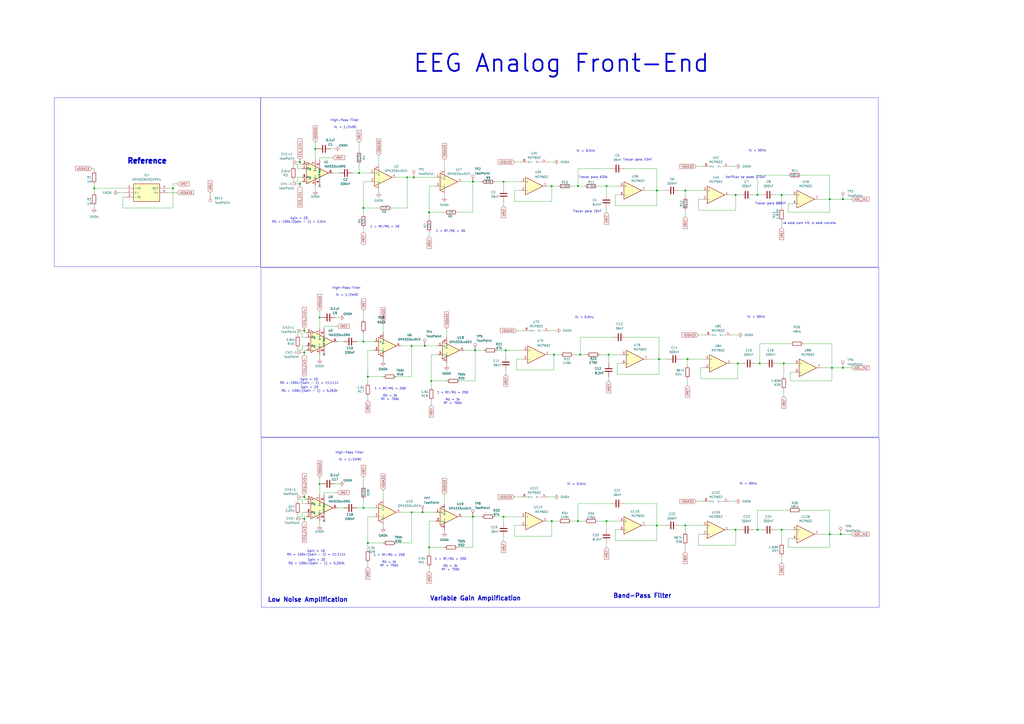
<source format=kicad_sch>
(kicad_sch (version 20231120) (generator "eeschema") (generator_version "8.0")
  (paper "A2")
  (junction (at 353.06 205.74))
  (junction (at 320.04 107.95))
  (junction (at 292.1 105.41))
  (junction (at 238.76 200.66))
  (junction (at 236.22 102.87))
  (junction (at 240.03 102.87))
  (junction (at 210.82 198.12))
  (junction (at 454.66 210.82))
  (junction (at 320.04 302.26))
  (junction (at 453.39 113.03))
  (junction (at 210.82 120.65))
  (junction (at 176.53 300.99))
  (junction (at 173.99 106.68))
  (junction (at 213.36 314.96))
  (junction (at 292.1 299.72))
  (junction (at 54.61 109.22))
  (junction (at 213.36 218.44))
  (junction (at 185.42 184.15))
  (junction (at 100.33 109.22))
  (junction (at 275.59 203.2))
  (junction (at 208.28 100.33))
  (junction (at 351.79 302.26))
  (junction (at 176.53 191.77))
  (junction (at 321.31 205.74))
  (junction (at 439.42 113.03))
  (junction (at 351.79 107.95))
  (junction (at 182.88 86.36))
  (junction (at 482.6 213.36))
  (junction (at 336.55 205.74))
  (junction (at 381 110.49))
  (junction (at 398.78 208.28))
  (junction (at 453.39 307.34))
  (junction (at 246.38 200.66))
  (junction (at 382.27 208.28))
  (junction (at 250.19 220.98))
  (junction (at 335.28 302.26))
  (junction (at 176.53 204.47))
  (junction (at 481.33 309.88))
  (junction (at 488.95 213.36))
  (junction (at 481.33 115.57))
  (junction (at 381 304.8))
  (junction (at 210.82 294.64))
  (junction (at 397.51 304.8))
  (junction (at 245.11 297.18))
  (junction (at 487.68 309.88))
  (junction (at 176.53 288.29))
  (junction (at 488.95 115.57))
  (junction (at 427.99 210.82))
  (junction (at 248.92 123.19))
  (junction (at 185.42 280.67))
  (junction (at 238.76 297.18))
  (junction (at 440.69 210.82))
  (junction (at 426.72 307.34))
  (junction (at 173.99 93.98))
  (junction (at 274.32 299.72))
  (junction (at 293.37 203.2))
  (junction (at 397.51 110.49))
  (junction (at 274.32 105.41))
  (junction (at 439.42 307.34))
  (junction (at 426.72 113.03))
  (junction (at 248.92 317.5))
  (junction (at 335.28 107.95))
  (no_connect (at 187.96 302.26))
  (no_connect (at 187.96 205.74))
  (no_connect (at 185.42 107.95))
  (wire (pts (xy 236.22 120.65) (xy 236.22 102.87)))
  (wire (pts (xy 335.28 292.1) (xy 335.28 302.26)))
  (wire (pts (xy 170.18 104.14) (xy 170.18 105.41)))
  (wire (pts (xy 453.39 113.03) (xy 449.58 113.03)))
  (wire (pts (xy 210.82 105.41) (xy 214.63 105.41)))
  (wire (pts (xy 194.31 280.67) (xy 196.85 280.67)))
  (wire (pts (xy 287.02 299.72) (xy 292.1 299.72)))
  (wire (pts (xy 177.8 292.1) (xy 175.26 292.1)))
  (wire (pts (xy 381 119.38) (xy 381 110.49)))
  (wire (pts (xy 172.72 95.25) (xy 170.18 95.25)))
  (wire (pts (xy 274.32 317.5) (xy 274.32 299.72)))
  (wire (pts (xy 422.91 96.52) (xy 426.72 96.52)))
  (wire (pts (xy 54.61 97.79) (xy 53.34 97.79)))
  (wire (pts (xy 335.28 97.79) (xy 335.28 107.95)))
  (wire (pts (xy 321.31 205.74) (xy 325.12 205.74)))
  (wire (pts (xy 407.67 115.57) (xy 405.13 115.57)))
  (wire (pts (xy 222.25 208.28) (xy 222.25 209.55)))
  (wire (pts (xy 335.28 302.26) (xy 339.09 302.26)))
  (wire (pts (xy 405.13 121.92) (xy 426.72 121.92)))
  (wire (pts (xy 454.66 210.82) (xy 461.01 210.82)))
  (wire (pts (xy 406.4 219.71) (xy 427.99 219.71)))
  (wire (pts (xy 397.51 304.8) (xy 407.67 304.8)))
  (wire (pts (xy 375.92 208.28) (xy 382.27 208.28)))
  (wire (pts (xy 427.99 219.71) (xy 427.99 210.82)))
  (wire (pts (xy 222.25 187.96) (xy 222.25 193.04)))
  (wire (pts (xy 453.39 307.34) (xy 459.74 307.34)))
  (wire (pts (xy 351.79 314.96) (xy 351.79 317.5)))
  (wire (pts (xy 236.22 102.87) (xy 240.03 102.87)))
  (wire (pts (xy 187.96 189.23) (xy 187.96 190.5)))
  (wire (pts (xy 208.28 100.33) (xy 214.63 100.33)))
  (wire (pts (xy 292.1 299.72) (xy 302.26 299.72)))
  (wire (pts (xy 248.92 302.26) (xy 248.92 317.5)))
  (wire (pts (xy 397.51 121.92) (xy 397.51 125.73)))
  (wire (pts (xy 436.88 307.34) (xy 439.42 307.34)))
  (wire (pts (xy 176.53 300.99) (xy 176.53 299.72)))
  (wire (pts (xy 403.86 96.52) (xy 407.67 96.52)))
  (wire (pts (xy 193.04 100.33) (xy 196.85 100.33)))
  (wire (pts (xy 100.33 109.22) (xy 97.79 109.22)))
  (wire (pts (xy 354.33 292.1) (xy 335.28 292.1)))
  (wire (pts (xy 210.82 180.34) (xy 210.82 185.42)))
  (wire (pts (xy 213.36 203.2) (xy 213.36 218.44)))
  (wire (pts (xy 488.95 115.57) (xy 494.03 115.57)))
  (wire (pts (xy 356.87 313.69) (xy 381 313.69)))
  (wire (pts (xy 439.42 101.6) (xy 439.42 113.03)))
  (wire (pts (xy 361.95 292.1) (xy 381 292.1)))
  (wire (pts (xy 238.76 297.18) (xy 245.11 297.18)))
  (wire (pts (xy 173.99 93.98) (xy 173.99 95.25)))
  (wire (pts (xy 320.04 311.15) (xy 320.04 302.26)))
  (wire (pts (xy 335.28 107.95) (xy 331.47 107.95)))
  (wire (pts (xy 191.77 86.36) (xy 194.31 86.36)))
  (wire (pts (xy 494.03 213.36) (xy 488.95 213.36)))
  (wire (pts (xy 453.39 128.27) (xy 453.39 132.08)))
  (wire (pts (xy 381 313.69) (xy 381 304.8)))
  (wire (pts (xy 172.72 193.04) (xy 172.72 194.31)))
  (wire (pts (xy 266.7 220.98) (xy 275.59 220.98)))
  (wire (pts (xy 173.99 92.71) (xy 173.99 93.98)))
  (wire (pts (xy 274.32 105.41) (xy 279.4 105.41)))
  (wire (pts (xy 481.33 115.57) (xy 488.95 115.57)))
  (wire (pts (xy 208.28 100.33) (xy 204.47 100.33)))
  (wire (pts (xy 317.5 302.26) (xy 320.04 302.26)))
  (wire (pts (xy 175.26 289.56) (xy 172.72 289.56)))
  (wire (pts (xy 210.82 289.56) (xy 210.82 294.64)))
  (wire (pts (xy 121.92 111.76) (xy 121.92 113.03)))
  (wire (pts (xy 172.72 289.56) (xy 172.72 290.83)))
  (wire (pts (xy 250.19 232.41) (xy 250.19 234.95)))
  (wire (pts (xy 250.19 220.98) (xy 250.19 224.79)))
  (wire (pts (xy 54.61 109.22) (xy 72.39 109.22)))
  (wire (pts (xy 257.81 307.34) (xy 257.81 308.61)))
  (wire (pts (xy 351.79 120.65) (xy 351.79 123.19)))
  (wire (pts (xy 213.36 218.44) (xy 222.25 218.44)))
  (wire (pts (xy 173.99 106.68) (xy 173.99 105.41)))
  (wire (pts (xy 482.6 220.98) (xy 482.6 213.36)))
  (wire (pts (xy 474.98 115.57) (xy 481.33 115.57)))
  (wire (pts (xy 176.53 204.47) (xy 176.53 203.2)))
  (wire (pts (xy 457.2 101.6) (xy 439.42 101.6)))
  (wire (pts (xy 193.04 91.44) (xy 185.42 91.44)))
  (wire (pts (xy 358.14 217.17) (xy 382.27 217.17)))
  (wire (pts (xy 265.43 123.19) (xy 274.32 123.19)))
  (wire (pts (xy 185.42 180.34) (xy 185.42 184.15)))
  (wire (pts (xy 248.92 317.5) (xy 248.92 321.31)))
  (wire (pts (xy 287.02 105.41) (xy 292.1 105.41)))
  (wire (pts (xy 175.26 193.04) (xy 172.72 193.04)))
  (wire (pts (xy 398.78 208.28) (xy 398.78 212.09)))
  (wire (pts (xy 210.82 198.12) (xy 217.17 198.12)))
  (wire (pts (xy 250.19 205.74) (xy 250.19 220.98)))
  (wire (pts (xy 427.99 210.82) (xy 430.53 210.82)))
  (wire (pts (xy 229.87 314.96) (xy 238.76 314.96)))
  (wire (pts (xy 298.45 304.8) (xy 298.45 311.15)))
  (wire (pts (xy 187.96 285.75) (xy 187.96 287.02)))
  (wire (pts (xy 248.92 123.19) (xy 257.81 123.19)))
  (wire (pts (xy 238.76 200.66) (xy 232.41 200.66)))
  (wire (pts (xy 293.37 214.63) (xy 293.37 217.17)))
  (wire (pts (xy 299.72 208.28) (xy 299.72 214.63)))
  (wire (pts (xy 299.72 214.63) (xy 321.31 214.63)))
  (wire (pts (xy 195.58 294.64) (xy 199.39 294.64)))
  (wire (pts (xy 318.77 205.74) (xy 321.31 205.74)))
  (wire (pts (xy 97.79 111.76) (xy 102.87 111.76)))
  (wire (pts (xy 426.72 113.03) (xy 422.91 113.03)))
  (wire (pts (xy 299.72 191.77) (xy 303.53 191.77)))
  (wire (pts (xy 476.25 213.36) (xy 482.6 213.36)))
  (wire (pts (xy 363.22 195.58) (xy 382.27 195.58)))
  (wire (pts (xy 482.6 213.36) (xy 482.6 199.39)))
  (wire (pts (xy 219.71 90.17) (xy 219.71 95.25)))
  (wire (pts (xy 175.26 292.1) (xy 175.26 289.56)))
  (wire (pts (xy 351.79 107.95) (xy 346.71 107.95)))
  (wire (pts (xy 54.61 99.06) (xy 54.61 97.79)))
  (wire (pts (xy 361.95 97.79) (xy 381 97.79)))
  (wire (pts (xy 302.26 304.8) (xy 298.45 304.8)))
  (wire (pts (xy 360.68 210.82) (xy 358.14 210.82)))
  (wire (pts (xy 320.04 116.84) (xy 320.04 107.95)))
  (wire (pts (xy 454.66 210.82) (xy 450.85 210.82)))
  (wire (pts (xy 185.42 276.86) (xy 185.42 280.67)))
  (wire (pts (xy 426.72 316.23) (xy 426.72 307.34)))
  (wire (pts (xy 474.98 309.88) (xy 481.33 309.88)))
  (wire (pts (xy 336.55 195.58) (xy 336.55 205.74)))
  (wire (pts (xy 458.47 199.39) (xy 440.69 199.39)))
  (wire (pts (xy 397.51 110.49) (xy 407.67 110.49)))
  (wire (pts (xy 185.42 91.44) (xy 185.42 92.71)))
  (wire (pts (xy 439.42 307.34) (xy 441.96 307.34)))
  (wire (pts (xy 195.58 198.12) (xy 199.39 198.12)))
  (wire (pts (xy 298.45 288.29) (xy 302.26 288.29)))
  (wire (pts (xy 355.6 195.58) (xy 336.55 195.58)))
  (wire (pts (xy 172.72 105.41) (xy 172.72 102.87)))
  (wire (pts (xy 374.65 110.49) (xy 381 110.49)))
  (wire (pts (xy 176.53 205.74) (xy 176.53 204.47)))
  (wire (pts (xy 407.67 309.88) (xy 405.13 309.88)))
  (wire (pts (xy 427.99 210.82) (xy 424.18 210.82)))
  (wire (pts (xy 68.58 111.76) (xy 72.39 111.76)))
  (wire (pts (xy 208.28 95.25) (xy 208.28 100.33)))
  (wire (pts (xy 317.5 288.29) (xy 321.31 288.29)))
  (wire (pts (xy 172.72 102.87) (xy 175.26 102.87)))
  (wire (pts (xy 405.13 309.88) (xy 405.13 316.23)))
  (wire (pts (xy 274.32 105.41) (xy 267.97 105.41)))
  (wire (pts (xy 292.1 303.53) (xy 292.1 299.72)))
  (wire (pts (xy 318.77 191.77) (xy 322.58 191.77)))
  (wire (pts (xy 175.26 297.18) (xy 177.8 297.18)))
  (wire (pts (xy 259.08 210.82) (xy 259.08 212.09)))
  (wire (pts (xy 336.55 205.74) (xy 340.36 205.74)))
  (wire (pts (xy 210.82 105.41) (xy 210.82 120.65)))
  (wire (pts (xy 175.26 200.66) (xy 177.8 200.66)))
  (wire (pts (xy 293.37 203.2) (xy 303.53 203.2)))
  (wire (pts (xy 275.59 203.2) (xy 269.24 203.2)))
  (wire (pts (xy 481.33 317.5) (xy 481.33 309.88)))
  (wire (pts (xy 175.26 195.58) (xy 175.26 193.04)))
  (wire (pts (xy 176.53 203.2) (xy 177.8 203.2)))
  (wire (pts (xy 248.92 317.5) (xy 257.81 317.5)))
  (wire (pts (xy 176.53 299.72) (xy 177.8 299.72)))
  (wire (pts (xy 288.29 203.2) (xy 293.37 203.2)))
  (wire (pts (xy 356.87 113.03) (xy 356.87 119.38)))
  (wire (pts (xy 102.87 106.68) (xy 100.33 106.68)))
  (wire (pts (xy 250.19 220.98) (xy 259.08 220.98)))
  (wire (pts (xy 394.97 208.28) (xy 398.78 208.28)))
  (wire (pts (xy 175.26 203.2) (xy 175.26 200.66)))
  (wire (pts (xy 213.36 314.96) (xy 222.25 314.96)))
  (wire (pts (xy 481.33 309.88) (xy 487.68 309.88)))
  (wire (pts (xy 172.72 298.45) (xy 172.72 299.72)))
  (wire (pts (xy 302.26 110.49) (xy 298.45 110.49)))
  (wire (pts (xy 317.5 107.95) (xy 320.04 107.95)))
  (wire (pts (xy 240.03 102.87) (xy 252.73 102.87)))
  (wire (pts (xy 176.53 191.77) (xy 176.53 193.04)))
  (wire (pts (xy 405.13 115.57) (xy 405.13 121.92)))
  (wire (pts (xy 292.1 109.22) (xy 292.1 105.41)))
  (wire (pts (xy 454.66 226.06) (xy 454.66 229.87)))
  (wire (pts (xy 213.36 299.72) (xy 213.36 314.96)))
  (wire (pts (xy 195.58 285.75) (xy 187.96 285.75)))
  (wire (pts (xy 176.53 302.26) (xy 176.53 300.99)))
  (wire (pts (xy 182.88 82.55) (xy 182.88 86.36)))
  (wire (pts (xy 275.59 203.2) (xy 280.67 203.2)))
  (wire (pts (xy 359.41 113.03) (xy 356.87 113.03)))
  (wire (pts (xy 248.92 302.26) (xy 252.73 302.26)))
  (wire (pts (xy 320.04 302.26) (xy 323.85 302.26)))
  (wire (pts (xy 459.74 312.42) (xy 457.2 312.42)))
  (wire (pts (xy 210.82 193.04) (xy 210.82 198.12)))
  (wire (pts (xy 481.33 123.19) (xy 481.33 115.57)))
  (wire (pts (xy 257.81 113.03) (xy 257.81 114.3)))
  (wire (pts (xy 457.2 312.42) (xy 457.2 317.5)))
  (wire (pts (xy 381 110.49) (xy 386.08 110.49)))
  (wire (pts (xy 353.06 210.82) (xy 353.06 205.74)))
  (wire (pts (xy 453.39 314.96) (xy 453.39 307.34)))
  (wire (pts (xy 213.36 326.39) (xy 213.36 328.93)))
  (wire (pts (xy 356.87 307.34) (xy 356.87 313.69)))
  (wire (pts (xy 461.01 215.9) (xy 458.47 215.9)))
  (wire (pts (xy 172.72 299.72) (xy 175.26 299.72)))
  (wire (pts (xy 274.32 299.72) (xy 279.4 299.72)))
  (wire (pts (xy 175.26 299.72) (xy 175.26 297.18)))
  (wire (pts (xy 382.27 208.28) (xy 387.35 208.28)))
  (wire (pts (xy 173.99 95.25) (xy 175.26 95.25)))
  (wire (pts (xy 351.79 307.34) (xy 351.79 302.26)))
  (wire (pts (xy 210.82 132.08) (xy 210.82 134.62)))
  (wire (pts (xy 481.33 309.88) (xy 481.33 295.91)))
  (wire (pts (xy 381 304.8) (xy 386.08 304.8)))
  (wire (pts (xy 248.92 328.93) (xy 248.92 331.47)))
  (wire (pts (xy 454.66 218.44) (xy 454.66 210.82)))
  (wire (pts (xy 408.94 213.36) (xy 406.4 213.36)))
  (wire (pts (xy 72.39 114.3) (xy 71.12 114.3)))
  (wire (pts (xy 457.2 295.91) (xy 439.42 295.91)))
  (wire (pts (xy 246.38 200.66) (xy 254 200.66)))
  (wire (pts (xy 298.45 110.49) (xy 298.45 116.84)))
  (wire (pts (xy 321.31 214.63) (xy 321.31 205.74)))
  (wire (pts (xy 274.32 123.19) (xy 274.32 105.41)))
  (wire (pts (xy 222.25 304.8) (xy 222.25 306.07)))
  (wire (pts (xy 213.36 203.2) (xy 217.17 203.2)))
  (wire (pts (xy 335.28 302.26) (xy 331.47 302.26)))
  (wire (pts (xy 208.28 82.55) (xy 208.28 87.63)))
  (wire (pts (xy 238.76 314.96) (xy 238.76 297.18)))
  (wire (pts (xy 210.82 276.86) (xy 210.82 281.94)))
  (wire (pts (xy 436.88 113.03) (xy 439.42 113.03)))
  (wire (pts (xy 351.79 107.95) (xy 359.41 107.95)))
  (wire (pts (xy 353.06 205.74) (xy 360.68 205.74)))
  (wire (pts (xy 426.72 307.34) (xy 422.91 307.34)))
  (wire (pts (xy 457.2 118.11) (xy 457.2 123.19)))
  (wire (pts (xy 397.51 304.8) (xy 397.51 308.61)))
  (wire (pts (xy 227.33 120.65) (xy 236.22 120.65)))
  (wire (pts (xy 176.53 287.02) (xy 176.53 288.29)))
  (wire (pts (xy 176.53 190.5) (xy 176.53 191.77)))
  (wire (pts (xy 393.7 110.49) (xy 397.51 110.49)))
  (wire (pts (xy 176.53 288.29) (xy 176.53 289.56)))
  (wire (pts (xy 426.72 113.03) (xy 429.26 113.03)))
  (wire (pts (xy 213.36 229.87) (xy 213.36 232.41)))
  (wire (pts (xy 482.6 199.39) (xy 466.09 199.39)))
  (wire (pts (xy 238.76 297.18) (xy 232.41 297.18)))
  (wire (pts (xy 374.65 304.8) (xy 381 304.8)))
  (wire (pts (xy 298.45 116.84) (xy 320.04 116.84)))
  (wire (pts (xy 354.33 97.79) (xy 335.28 97.79)))
  (wire (pts (xy 453.39 120.65) (xy 453.39 113.03)))
  (wire (pts (xy 439.42 113.03) (xy 441.96 113.03)))
  (wire (pts (xy 213.36 299.72) (xy 217.17 299.72)))
  (wire (pts (xy 54.61 106.68) (xy 54.61 109.22)))
  (wire (pts (xy 335.28 107.95) (xy 339.09 107.95)))
  (wire (pts (xy 213.36 218.44) (xy 213.36 222.25)))
  (wire (pts (xy 440.69 210.82) (xy 443.23 210.82)))
  (wire (pts (xy 100.33 106.68) (xy 100.33 109.22)))
  (wire (pts (xy 487.68 309.88) (xy 494.03 309.88)))
  (wire (pts (xy 459.74 118.11) (xy 457.2 118.11)))
  (wire (pts (xy 403.86 290.83) (xy 407.67 290.83)))
  (wire (pts (xy 54.61 109.22) (xy 54.61 111.76)))
  (wire (pts (xy 351.79 302.26) (xy 346.71 302.26)))
  (wire (pts (xy 457.2 123.19) (xy 481.33 123.19)))
  (wire (pts (xy 236.22 102.87) (xy 229.87 102.87)))
  (wire (pts (xy 481.33 101.6) (xy 464.82 101.6)))
  (wire (pts (xy 185.42 190.5) (xy 185.42 184.15)))
  (wire (pts (xy 393.7 304.8) (xy 397.51 304.8)))
  (wire (pts (xy 438.15 210.82) (xy 440.69 210.82)))
  (wire (pts (xy 257.81 287.02) (xy 257.81 292.1)))
  (wire (pts (xy 219.71 110.49) (xy 219.71 111.76)))
  (wire (pts (xy 172.72 203.2) (xy 175.26 203.2)))
  (wire (pts (xy 336.55 205.74) (xy 332.74 205.74)))
  (wire (pts (xy 71.12 120.65) (xy 100.33 120.65)))
  (wire (pts (xy 292.1 311.15) (xy 292.1 313.69)))
  (wire (pts (xy 398.78 219.71) (xy 398.78 223.52)))
  (wire (pts (xy 250.19 205.74) (xy 254 205.74)))
  (wire (pts (xy 222.25 284.48) (xy 222.25 289.56)))
  (wire (pts (xy 248.92 107.95) (xy 252.73 107.95)))
  (wire (pts (xy 245.11 297.18) (xy 252.73 297.18)))
  (wire (pts (xy 54.61 119.38) (xy 54.61 120.65)))
  (wire (pts (xy 194.31 184.15) (xy 196.85 184.15)))
  (wire (pts (xy 351.79 302.26) (xy 359.41 302.26)))
  (wire (pts (xy 381 97.79) (xy 381 110.49)))
  (wire (pts (xy 405.13 194.31) (xy 408.94 194.31)))
  (wire (pts (xy 170.18 105.41) (xy 172.72 105.41)))
  (wire (pts (xy 440.69 199.39) (xy 440.69 210.82)))
  (wire (pts (xy 424.18 194.31) (xy 427.99 194.31)))
  (wire (pts (xy 176.53 289.56) (xy 177.8 289.56)))
  (wire (pts (xy 359.41 307.34) (xy 356.87 307.34)))
  (wire (pts (xy 185.42 184.15) (xy 186.69 184.15)))
  (wire (pts (xy 298.45 93.98) (xy 302.26 93.98)))
  (wire (pts (xy 257.81 92.71) (xy 257.81 97.79)))
  (wire (pts (xy 303.53 208.28) (xy 299.72 208.28)))
  (wire (pts (xy 292.1 116.84) (xy 292.1 119.38)))
  (wire (pts (xy 210.82 120.65) (xy 219.71 120.65)))
  (wire (pts (xy 177.8 195.58) (xy 175.26 195.58)))
  (wire (pts (xy 353.06 218.44) (xy 353.06 220.98)))
  (wire (pts (xy 229.87 218.44) (xy 238.76 218.44)))
  (wire (pts (xy 185.42 280.67) (xy 186.69 280.67)))
  (wire (pts (xy 381 292.1) (xy 381 304.8)))
  (wire (pts (xy 320.04 107.95) (xy 323.85 107.95)))
  (wire (pts (xy 173.99 105.41) (xy 175.26 105.41)))
  (wire (pts (xy 481.33 115.57) (xy 481.33 101.6)))
  (wire (pts (xy 458.47 215.9) (xy 458.47 220.98)))
  (wire (pts (xy 298.45 311.15) (xy 320.04 311.15)))
  (wire (pts (xy 175.26 97.79) (xy 172.72 97.79)))
  (wire (pts (xy 453.39 113.03) (xy 459.74 113.03)))
  (wire (pts (xy 210.82 294.64) (xy 207.01 294.64)))
  (wire (pts (xy 182.88 86.36) (xy 184.15 86.36)))
  (wire (pts (xy 71.12 114.3) (xy 71.12 120.65)))
  (wire (pts (xy 293.37 207.01) (xy 293.37 203.2)))
  (wire (pts (xy 426.72 307.34) (xy 429.26 307.34)))
  (wire (pts (xy 275.59 220.98) (xy 275.59 203.2)))
  (wire (pts (xy 173.99 107.95) (xy 173.99 106.68)))
  (wire (pts (xy 185.42 302.26) (xy 185.42 304.8)))
  (wire (pts (xy 238.76 200.66) (xy 246.38 200.66)))
  (wire (pts (xy 398.78 208.28) (xy 408.94 208.28)))
  (wire (pts (xy 382.27 195.58) (xy 382.27 208.28)))
  (wire (pts (xy 453.39 307.34) (xy 449.58 307.34)))
  (wire (pts (xy 405.13 316.23) (xy 426.72 316.23)))
  (wire (pts (xy 453.39 322.58) (xy 453.39 326.39)))
  (wire (pts (xy 259.08 190.5) (xy 259.08 195.58)))
  (wire (pts (xy 238.76 218.44) (xy 238.76 200.66)))
  (wire (pts (xy 457.2 317.5) (xy 481.33 317.5)))
  (wire (pts (xy 172.72 201.93) (xy 172.72 203.2)))
  (wire (pts (xy 210.82 294.64) (xy 217.17 294.64)))
  (wire (pts (xy 426.72 121.92) (xy 426.72 113.03)))
  (wire (pts (xy 397.51 110.49) (xy 397.51 114.3)))
  (wire (pts (xy 422.91 290.83) (xy 426.72 290.83)))
  (wire (pts (xy 248.92 107.95) (xy 248.92 123.19)))
  (wire (pts (xy 248.92 134.62) (xy 248.92 137.16)))
  (wire (pts (xy 292.1 105.41) (xy 302.26 105.41)))
  (wire (pts (xy 210.82 120.65) (xy 210.82 124.46)))
  (wire (pts (xy 185.42 205.74) (xy 185.42 208.28)))
  (wire (pts (xy 182.88 107.95) (xy 182.88 110.49)))
  (wire (pts (xy 185.42 287.02) (xy 185.42 280.67)))
  (wire (pts (xy 100.33 120.65) (xy 100.33 109.22)))
  (wire (pts (xy 248.92 123.19) (xy 248.92 127)))
  (wire (pts (xy 210.82 198.12) (xy 207.01 198.12)))
  (wire (pts (xy 265.43 317.5) (xy 274.32 317.5)))
  (wire (pts (xy 406.4 213.36) (xy 406.4 219.71)))
  (wire (pts (xy 274.32 299.72) (xy 267.97 299.72)))
  (wire (pts (xy 353.06 205.74) (xy 347.98 205.74)))
  (wire (pts (xy 172.72 97.79) (xy 172.72 95.25)))
  (wire (pts (xy 439.42 295.91) (xy 439.42 307.34)))
  (wire (pts (xy 170.18 95.25) (xy 170.18 96.52)))
  (wire (pts (xy 356.87 119.38) (xy 381 119.38)))
  (wire (pts (xy 195.58 189.23) (xy 187.96 189.23)))
  (wire (pts (xy 382.27 217.17) (xy 382.27 208.28)))
  (wire (pts (xy 351.79 113.03) (xy 351.79 107.95)))
  (wire (pts (xy 358.14 210.82) (xy 358.14 217.17)))
  (wire (pts (xy 317.5 93.98) (xy 321.31 93.98)))
  (wire (pts (xy 458.47 220.98) (xy 482.6 220.98)))
  (wire (pts (xy 177.8 193.04) (xy 176.53 193.04)))
  (wire (pts (xy 213.36 314.96) (xy 213.36 318.77)))
  (wire (pts (xy 481.33 295.91) (xy 464.82 295.91)))
  (wire (pts (xy 397.51 316.23) (xy 397.51 320.04)))
  (wire (pts (xy 182.88 92.71) (xy 182.88 86.36)))
  (wire (pts (xy 488.95 213.36) (xy 482.6 213.36)))
  (rectangle (start 31.496 56.642) (end 151.13 154.686))
  (rectangle (start 151.384 155.194) (end 509.778 253.492))
  (rectangle (start 151.13 56.642) (end 509.524 154.94))
  (rectangle (start 151.638 254) (end 510.032 352.298))
  (text "1 + RF/RG = 250\n\nRG = 3k\nRF = 750k\n\n" (at 226.314 229.616 0) (effects (font (size 1.27 1.27))))
  (text "1 + RF/RG = 30\n" (at 261.366 134.112 0) (effects (font (size 1.27 1.27))))
  (text "High-Pass Filter \n\nfc = 1/2πRC" (at 201.422 169.164 0) (effects (font (size 1.27 1.27))))
  (text "EEG Analog Front-End\n" (at 325.628 36.83 0) (effects (font (size 10 10) (thickness 1.016) (bold yes))))
  (text "fc = 0.5Hz\n" (at 334.518 280.924 0) (effects (font (size 1.27 1.27))))
  (text "Já está com 1M, e está correto" (at 469.392 129.54 0) (effects (font (size 1.27 1.27))))
  (text "Gain = 10\nRG = 100k/(Gain - 1) = 11.111k" (at 183.388 320.802 0) (effects (font (size 1.27 1.27))))
  (text "Gain = 20\nRG = 100k/(Gain - 1) = 5.263k" (at 179.578 225.806 0) (effects (font (size 1.27 1.27))))
  (text "Band-Pass Filter\n" (at 372.618 345.694 0) (effects (font (size 2.54 2.54) (thickness 0.508) (bold yes))))
  (text "Low Noise Amplification\n" (at 178.562 347.98 0) (effects (font (size 2.54 2.54) (thickness 0.508) (bold yes))))
  (text "Verificar se pode 270nF\n" (at 432.562 102.87 0) (effects (font (size 1.27 1.27))))
  (text "High-Pass Filter \n\nfc = 1/2πRC" (at 200.406 71.882 0) (effects (font (size 1.27 1.27))))
  (text "1 + RF/RG = 250\n\nRG = 3k\nRF = 750k\n\n" (at 262.636 231.902 0) (effects (font (size 1.27 1.27))))
  (text "Trocar para 10nF\n" (at 369.824 92.71 0) (effects (font (size 1.27 1.27))))
  (text "Gain = 20\nRG = 100k/(Gain - 1) = 5.263k" (at 183.642 325.882 0) (effects (font (size 1.27 1.27))))
  (text "Gain = 20\nRG = 100k/(Gain - 1) = 2.04k" (at 173.482 127.762 0) (effects (font (size 1.27 1.27))))
  (text "Gain = 10\nRG = 100k/(Gain - 1) = 11.111k" (at 179.324 221.234 0) (effects (font (size 1.27 1.27))))
  (text "Reference\n" (at 85.344 93.472 0) (effects (font (size 3.048 3.048) (thickness 1.016) (bold yes))))
  (text "1 + RF/RG = 20" (exclude_from_sim yes) (at 223.266 131.572 0) (effects (font (size 1.27 1.27))))
  (text "fc = 50Hz" (at 439.42 87.376 0) (effects (font (size 1.27 1.27))))
  (text "Variable Gain Amplification\n\n" (at 275.844 349.25 0) (effects (font (size 2.54 2.54) (thickness 0.508) (bold yes))))
  (text "fc = 0.5Hz\n" (at 339.09 184.15 0) (effects (font (size 1.27 1.27))))
  (text "High-Pass Filter \n\nfc = 1/2πRC" (at 203.2 264.668 0) (effects (font (size 1.27 1.27))))
  (text "fc = 0.5Hz\n" (at 339.852 87.63 0) (effects (font (size 1.27 1.27))))
  (text "fc = 50Hz" (at 434.086 280.67 0) (effects (font (size 1.27 1.27))))
  (text "fc = 50Hz" (at 438.658 183.896 0) (effects (font (size 1.27 1.27))))
  (text "Trocar para 10nF\n" (at 340.614 122.682 0) (effects (font (size 1.27 1.27))))
  (text "1 + RF/RG = 250\n\nRG = 3k\nRF = 750k\n\n" (at 225.806 326.136 0) (effects (font (size 1.27 1.27))))
  (text "Trocar para 680nF" (at 447.04 118.11 0) (effects (font (size 1.27 1.27))))
  (text "Trocar para 620k\n" (at 344.17 102.87 0) (effects (font (size 1.27 1.27))))
  (text "1 + RF/RG = 250\n\nRG = 3k\nRF = 750k\n\n" (at 261.366 328.422 0) (effects (font (size 1.27 1.27))))
  (global_label "VDDA33" (shape input) (at 298.45 93.98 180) (property "Intersheetrefs" "${INTERSHEET_REFS}" (effects (hide yes))))
  (global_label "VDDA33" (shape input) (at 222.25 284.48 90) (property "Intersheetrefs" "${INTERSHEET_REFS}" (effects (hide yes))))
  (global_label "VREF" (shape input) (at 195.58 189.23 0) (property "Intersheetrefs" "${INTERSHEET_REFS}" (effects (hide yes))))
  (global_label "VREF" (shape input) (at 250.19 234.95 270) (property "Intersheetrefs" "${INTERSHEET_REFS}" (effects (hide yes))))
  (global_label "VDDA33" (shape input) (at 185.42 276.86 90) (property "Intersheetrefs" "${INTERSHEET_REFS}" (effects (hide yes))))
  (global_label "VREF" (shape input) (at 397.51 320.04 270) (property "Intersheetrefs" "${INTERSHEET_REFS}" (effects (hide yes))))
  (global_label "VREF" (shape input) (at 213.36 232.41 270) (property "Intersheetrefs" "${INTERSHEET_REFS}" (effects (hide yes))))
  (global_label "ADC_IN1" (shape input) (at 494.03 115.57 0) (property "Intersheetrefs" "${INTERSHEET_REFS}" (effects (hide yes))))
  (global_label "VDDA33" (shape input) (at 403.86 96.52 180) (property "Intersheetrefs" "${INTERSHEET_REFS}" (effects (hide yes))))
  (global_label "VREF" (shape input) (at 213.36 328.93 270) (property "Intersheetrefs" "${INTERSHEET_REFS}" (effects (hide yes))))
  (global_label "VREF" (shape input) (at 292.1 313.69 270) (property "Intersheetrefs" "${INTERSHEET_REFS}" (effects (hide yes))))
  (global_label "VREF" (shape input) (at 208.28 82.55 90) (property "Intersheetrefs" "${INTERSHEET_REFS}" (effects (hide yes))))
  (global_label "VREF" (shape input) (at 454.66 229.87 270) (property "Intersheetrefs" "${INTERSHEET_REFS}" (effects (hide yes))))
  (global_label "VDDA33" (shape input) (at 185.42 180.34 90) (property "Intersheetrefs" "${INTERSHEET_REFS}" (effects (hide yes))))
  (global_label "VDDA33" (shape input) (at 259.08 190.5 90) (property "Intersheetrefs" "${INTERSHEET_REFS}" (effects (hide yes))))
  (global_label "EEG_CH3-" (shape input) (at 176.53 302.26 270) (property "Intersheetrefs" "${INTERSHEET_REFS}" (effects (hide yes))))
  (global_label "VREF" (shape input) (at 248.92 137.16 270) (property "Intersheetrefs" "${INTERSHEET_REFS}" (effects (hide yes))))
  (global_label "VREF" (shape input) (at 453.39 326.39 270) (property "Intersheetrefs" "${INTERSHEET_REFS}" (effects (hide yes))))
  (global_label "VDDA33" (shape input) (at 182.88 82.55 90) (property "Intersheetrefs" "${INTERSHEET_REFS}" (effects (hide yes))))
  (global_label "VREF" (shape input) (at 398.78 223.52 270) (property "Intersheetrefs" "${INTERSHEET_REFS}" (effects (hide yes))))
  (global_label "VDDA33" (shape input) (at 257.81 92.71 90) (property "Intersheetrefs" "${INTERSHEET_REFS}" (effects (hide yes))))
  (global_label "VDDA33" (shape input) (at 219.71 90.17 90) (property "Intersheetrefs" "${INTERSHEET_REFS}" (effects (hide yes))))
  (global_label "VDDA33" (shape input) (at 405.13 194.31 180) (property "Intersheetrefs" "${INTERSHEET_REFS}" (effects (hide yes))))
  (global_label "ADC_IN3" (shape input) (at 494.03 309.88 0) (property "Intersheetrefs" "${INTERSHEET_REFS}" (effects (hide yes))))
  (global_label "EEG_CH3+" (shape input) (at 176.53 287.02 90) (property "Intersheetrefs" "${INTERSHEET_REFS}" (effects (hide yes))))
  (global_label "VDDA33" (shape input) (at 298.45 288.29 180) (property "Intersheetrefs" "${INTERSHEET_REFS}" (effects (hide yes))))
  (global_label "VREF" (shape input) (at 292.1 119.38 270) (property "Intersheetrefs" "${INTERSHEET_REFS}" (effects (hide yes))))
  (global_label "VREF" (shape input) (at 102.87 106.68 0) (property "Intersheetrefs" "${INTERSHEET_REFS}" (effects (hide yes))))
  (global_label "VDDA33" (shape input) (at 53.34 97.79 180) (property "Intersheetrefs" "${INTERSHEET_REFS}" (effects (hide yes))))
  (global_label "VREF" (shape input) (at 195.58 285.75 0) (property "Intersheetrefs" "${INTERSHEET_REFS}" (effects (hide yes))))
  (global_label "VDDA33" (shape input) (at 403.86 290.83 180) (property "Intersheetrefs" "${INTERSHEET_REFS}" (effects (hide yes))))
  (global_label "VREF" (shape input) (at 453.39 132.08 270) (property "Intersheetrefs" "${INTERSHEET_REFS}" (effects (hide yes))))
  (global_label "ADC_IN2" (shape input) (at 494.03 213.36 0) (property "Intersheetrefs" "${INTERSHEET_REFS}" (effects (hide yes))))
  (global_label "EEG_CH1-" (shape input) (at 173.99 107.95 270) (property "Intersheetrefs" "${INTERSHEET_REFS}" (effects (hide yes))))
  (global_label "VREF" (shape input) (at 353.06 220.98 270) (property "Intersheetrefs" "${INTERSHEET_REFS}" (effects (hide yes))))
  (global_label "VDDA33" (shape input) (at 257.81 287.02 90) (property "Intersheetrefs" "${INTERSHEET_REFS}" (effects (hide yes))))
  (global_label "VREF" (shape input) (at 210.82 134.62 270) (property "Intersheetrefs" "${INTERSHEET_REFS}" (effects (hide yes))))
  (global_label "EEG_CH2-" (shape input) (at 176.53 205.74 270) (property "Intersheetrefs" "${INTERSHEET_REFS}" (effects (hide yes))))
  (global_label "VREF" (shape input) (at 351.79 123.19 270) (property "Intersheetrefs" "${INTERSHEET_REFS}" (effects (hide yes))))
  (global_label "VREF" (shape input) (at 293.37 217.17 270) (property "Intersheetrefs" "${INTERSHEET_REFS}" (effects (hide yes))))
  (global_label "VREF" (shape input) (at 210.82 276.86 90) (property "Intersheetrefs" "${INTERSHEET_REFS}" (effects (hide yes))))
  (global_label "VDDA33" (shape input) (at 299.72 191.77 180) (property "Intersheetrefs" "${INTERSHEET_REFS}" (effects (hide yes))))
  (global_label "VDDA33" (shape input) (at 102.87 111.76 0) (property "Intersheetrefs" "${INTERSHEET_REFS}" (effects (hide yes))))
  (global_label "VDDA33" (shape input) (at 222.25 187.96 90) (property "Intersheetrefs" "${INTERSHEET_REFS}" (effects (hide yes))))
  (global_label "VREF" (shape input) (at 248.92 331.47 270) (property "Intersheetrefs" "${INTERSHEET_REFS}" (effects (hide yes))))
  (global_label "VREF" (shape input) (at 210.82 180.34 90) (property "Intersheetrefs" "${INTERSHEET_REFS}" (effects (hide yes))))
  (global_label "VREF" (shape input) (at 397.51 125.73 270) (property "Intersheetrefs" "${INTERSHEET_REFS}" (effects (hide yes))))
  (global_label "VREF" (shape input) (at 351.79 317.5 270) (property "Intersheetrefs" "${INTERSHEET_REFS}" (effects (hide yes))))
  (global_label "EEG_CH1+" (shape input) (at 173.99 92.71 90) (property "Intersheetrefs" "${INTERSHEET_REFS}" (effects (hide yes))))
  (global_label "VREF" (shape input) (at 121.92 111.76 90) (property "Intersheetrefs" "${INTERSHEET_REFS}" (effects (hide yes))))
  (global_label "VREF" (shape input) (at 193.04 91.44 0) (property "Intersheetrefs" "${INTERSHEET_REFS}" (effects (hide yes))))
  (global_label "EEG_CH2+" (shape input) (at 176.53 190.5 90) (property "Intersheetrefs" "${INTERSHEET_REFS}" (effects (hide yes))))
  (symbol (lib_id "Device:C") (at 389.89 110.49 270) (unit 1)
    (property "Reference" "C6" (at 389.89 103.886 90))
    (property "Value" "300nF" (at 389.89 106.426 90))
    (property "Footprint" "Capacitor_SMD:C_0402_1005Metric" (effects (hide yes)))
    (property "Description" "Unpolarized capacitor" (effects (hide yes)))
    (property "Mouser Part Number" "581-06035D334KAT2A" (effects (hide yes)))
  )
  (symbol (lib_id "Device:R") (at 344.17 205.74 90) (unit 1)
    (property "Reference" "R23" (at 344.17 208.026 90))
    (property "Value" "276K" (at 344.17 210.312 90))
    (property "Footprint" "Resistor_SMD:R_0402_1005Metric" (effects (hide yes)))
    (property "Description" "Resistor" (effects (hide yes)))
    (property "Mouser Part Number" "660-RN73R1TP2773B25" (effects (hide yes)))
  )
  (symbol (lib_id "Device:C") (at 200.66 100.33 90) (unit 1)
    (property "Reference" "C2" (at 200.406 104.14 90))
    (property "Value" "330nF" (at 200.406 106.68 90))
    (property "Footprint" "Capacitor_SMD:C_0402_1005Metric" (effects (hide yes)))
    (property "Description" "Unpolarized capacitor" (effects (hide yes)))
    (property "Mouser Part Number" "81-GRT155C80J334KE1J" (effects (hide yes)))
  )
  (symbol (lib_id "Amplifier_Operational:MCP602") (at 309.88 285.75 90) (unit 3)
    (property "Reference" "U11" (at 309.88 283.21 90))
    (property "Value" "MCP602" (at 309.88 285.75 90))
    (property "Footprint" "mcp602:SOIC127P600X175-8N" (effects (hide yes)))
    (property "Datasheet" "http://ww1.microchip.com/downloads/en/DeviceDoc/21314g.pdf" (effects (hide yes)))
    (property "Description" "Dual 2.7V to 6.0V Single Supply CMOS Op Amps, DIP-8/SOIC-8/TSSOP-8" (effects (hide yes)))
  )
  (symbol (lib_id "power:GNDA") (at 222.25 306.07 0) (unit 1)
    (property "Reference" "#PWR56" (effects (hide yes)))
    (property "Value" "GNDA" (at 222.25 310.642 0))
    (property "Description" "Power symbol creates a global label with name \"GNDA\" , analog ground" (effects (hide yes)))
  )
  (symbol (lib_id "Connector:TestPoint") (at 240.03 102.87 0) (unit 1)
    (property "Reference" "TP1" (at 242.57 98.2979 0) (effects (justify left)))
    (property "Value" "TestPoint" (at 242.57 100.8379 0) (effects (justify left)))
    (property "Footprint" "TestPoint:TestPoint_Pad_D1.0mm" (effects (hide yes)))
    (property "Description" "test point" (effects (hide yes)))
  )
  (symbol (lib_id "power:GNDA") (at 68.58 111.76 270) (unit 1)
    (property "Reference" "#PWR8" (effects (hide yes)))
    (property "Value" "GNDA" (at 64.77 111.7599 90) (effects (justify right)))
    (property "Description" "Power symbol creates a global label with name \"GNDA\" , analog ground" (effects (hide yes)))
  )
  (symbol (lib_id "Device:C") (at 433.07 113.03 270) (unit 1)
    (property "Reference" "C7" (at 433.07 105.41 90))
    (property "Value" "300nF" (at 433.07 107.95 90))
    (property "Footprint" "Capacitor_SMD:C_0402_1005Metric" (effects (hide yes)))
    (property "Description" "Unpolarized capacitor" (effects (hide yes)))
    (property "Mouser Part Number" "581-06035D334KAT2A" (effects (hide yes)))
  )
  (symbol (lib_id "Amplifier_Instrumentation:INA333xxDRG") (at 185.42 294.64 0) (unit 1)
    (property "Reference" "U9" (at 191.77 288.29 0))
    (property "Value" "INA333xxDRG" (at 196.85 290.83 0))
    (property "Footprint" "ina333:SON50P300X300X80-9N-D" (effects (hide yes)))
    (property "Datasheet" "https://www.ti.com/lit/ds/symlink/ina333.pdf" (effects (hide yes)))
    (property "Description" "Zero Drift, Micropower Instrumentation Amplifier G = 1 + 100kOhm/Rg, WSON-8" (effects (hide yes)))
  )
  (symbol (lib_id "Connector:TestPoint") (at 176.53 300.99 90) (unit 1)
    (property "Reference" "CH3-1" (at 169.418 300.736 90))
    (property "Value" "TestPoint" (at 169.418 303.276 90))
    (property "Footprint" "TestPoint:TestPoint_Pad_2.0x2.0mm" (effects (hide yes)))
    (property "Description" "test point" (effects (hide yes)))
  )
  (symbol (lib_id "Amplifier_Operational:MCP602") (at 309.88 302.26 0) (unit 1)
    (property "Reference" "U11" (at 312.166 294.132 0))
    (property "Value" "MCP602" (at 314.198 296.926 0))
    (property "Footprint" "mcp602:SOIC127P600X175-8N" (effects (hide yes)))
    (property "Datasheet" "http://ww1.microchip.com/downloads/en/DeviceDoc/21314g.pdf" (effects (hide yes)))
    (property "Description" "Dual 2.7V to 6.0V Single Supply CMOS Op Amps, DIP-8/SOIC-8/TSSOP-8" (effects (hide yes)))
  )
  (symbol (lib_id "Amplifier_Operational:MCP602") (at 367.03 304.8 0) (unit 2)
    (property "Reference" "U11" (at 368.3 296.672 0))
    (property "Value" "MCP602" (at 370.078 299.212 0))
    (property "Footprint" "mcp602:SOIC127P600X175-8N" (effects (hide yes)))
    (property "Datasheet" "http://ww1.microchip.com/downloads/en/DeviceDoc/21314g.pdf" (effects (hide yes)))
    (property "Description" "Dual 2.7V to 6.0V Single Supply CMOS Op Amps, DIP-8/SOIC-8/TSSOP-8" (effects (hide yes)))
  )
  (symbol (lib_id "Amplifier_Operational:MCP602") (at 415.29 288.29 90) (unit 3)
    (property "Reference" "U12" (at 415.29 285.75 90))
    (property "Value" "MCP602" (at 415.29 288.29 90))
    (property "Footprint" "mcp602:SOIC127P600X175-8N" (effects (hide yes)))
    (property "Datasheet" "http://ww1.microchip.com/downloads/en/DeviceDoc/21314g.pdf" (effects (hide yes)))
    (property "Description" "Dual 2.7V to 6.0V Single Supply CMOS Op Amps, DIP-8/SOIC-8/TSSOP-8" (effects (hide yes)))
  )
  (symbol (lib_id "Device:C") (at 433.07 307.34 270) (unit 1)
    (property "Reference" "C23" (at 433.07 299.72 90))
    (property "Value" "300nF" (at 433.07 302.26 90))
    (property "Footprint" "Capacitor_SMD:C_0402_1005Metric" (effects (hide yes)))
    (property "Description" "Unpolarized capacitor" (effects (hide yes)))
    (property "Mouser Part Number" "581-06035D334KAT2A" (effects (hide yes)))
  )
  (symbol (lib_id "Amplifier_Instrumentation:INA333xxDRG") (at 185.42 198.12 0) (unit 1)
    (property "Reference" "U5" (at 191.77 191.77 0))
    (property "Value" "INA333xxDRG" (at 196.85 194.31 0))
    (property "Footprint" "ina333:SON50P300X300X80-9N-D" (effects (hide yes)))
    (property "Datasheet" "https://www.ti.com/lit/ds/symlink/ina333.pdf" (effects (hide yes)))
    (property "Description" "Zero Drift, Micropower Instrumentation Amplifier G = 1 + 100kOhm/Rg, WSON-8" (effects (hide yes)))
  )
  (symbol (lib_id "Connector:TestPoint") (at 275.59 203.2 0) (unit 1)
    (property "Reference" "TP5" (at 276.352 195.072 0) (effects (justify left)))
    (property "Value" "TestPoint" (at 276.352 197.612 0) (effects (justify left)))
    (property "Footprint" "TestPoint:TestPoint_Pad_D1.0mm" (effects (hide yes)))
    (property "Description" "test point" (effects (hide yes)))
  )
  (symbol (lib_id "Device:R") (at 342.9 302.26 90) (unit 1)
    (property "Reference" "R35" (at 342.9 297.942 90))
    (property "Value" "276K" (at 342.9 300.228 90))
    (property "Footprint" "Resistor_SMD:R_0402_1005Metric" (effects (hide yes)))
    (property "Description" "Resistor" (effects (hide yes)))
    (property "Mouser Part Number" "660-RN73R1TP2773B25" (effects (hide yes)))
  )
  (symbol (lib_id "Device:R") (at 461.01 101.6 270) (unit 1)
    (property "Reference" "R14" (at 461.01 99.06 90))
    (property "Value" "484k" (at 461.01 101.6 90))
    (property "Footprint" "Resistor_SMD:R_0402_1005Metric" (effects (hide yes)))
    (property "Description" "Resistor" (effects (hide yes)))
    (property "Mouser Part Number" "71-CRCW0402487KFKEDC" (effects (hide yes)))
  )
  (symbol (lib_id "Device:R") (at 248.92 130.81 0) (unit 1)
    (property "Reference" "R7" (at 246.634 130.81 90))
    (property "Value" "33k" (at 248.92 130.81 90))
    (property "Footprint" "Resistor_SMD:R_0402_1005Metric" (effects (hide yes)))
    (property "Description" "Resistor" (effects (hide yes)))
    (property "Mouser Part Number" "603-RC0402FR-075KL" (effects (hide yes)))
  )
  (symbol (lib_id "Device:C") (at 389.89 304.8 270) (unit 1)
    (property "Reference" "C22" (at 389.89 298.196 90))
    (property "Value" "300nF" (at 389.89 300.736 90))
    (property "Footprint" "Capacitor_SMD:C_0402_1005Metric" (effects (hide yes)))
    (property "Description" "Unpolarized capacitor" (effects (hide yes)))
    (property "Mouser Part Number" "581-06035D334KAT2A" (effects (hide yes)))
  )
  (symbol (lib_id "Amplifier_Operational:MCP602") (at 467.36 309.88 0) (unit 2)
    (property "Reference" "U12" (at 467.36 299.72 0))
    (property "Value" "MCP602" (at 467.36 302.26 0))
    (property "Footprint" "mcp602:SOIC127P600X175-8N" (effects (hide yes)))
    (property "Datasheet" "http://ww1.microchip.com/downloads/en/DeviceDoc/21314g.pdf" (effects (hide yes)))
    (property "Description" "Dual 2.7V to 6.0V Single Supply CMOS Op Amps, DIP-8/SOIC-8/TSSOP-8" (effects (hide yes)))
  )
  (symbol (lib_id "Connector:TestPoint") (at 176.53 204.47 90) (unit 1)
    (property "Reference" "CH2-1" (at 168.91 204.47 90))
    (property "Value" "TestPoint" (at 168.91 207.01 90))
    (property "Footprint" "TestPoint:TestPoint_Pad_2.0x2.0mm" (effects (hide yes)))
    (property "Description" "test point" (effects (hide yes)))
  )
  (symbol (lib_id "power:GNDA") (at 259.08 212.09 0) (unit 1)
    (property "Reference" "#PWR70" (effects (hide yes)))
    (property "Value" "GNDA" (at 259.08 216.662 0))
    (property "Description" "Power symbol creates a global label with name \"GNDA\" , analog ground" (effects (hide yes)))
  )
  (symbol (lib_id "Device:R") (at 223.52 120.65 90) (mirror x) (unit 1)
    (property "Reference" "R6" (at 221.488 122.936 90) (effects (justify right)))
    (property "Value" "1M" (at 221.996 120.65 90) (effects (justify right)))
    (property "Footprint" "Resistor_SMD:R_0402_1005Metric" (effects (hide yes)))
    (property "Description" "Resistor" (effects (hide yes)))
    (property "Mouser Part Number" "279-CRGCQ0402J1M0 " (effects (hide yes)))
  )
  (symbol (lib_id "Amplifier_Operational:OPA333xxDCK") (at 224.79 200.66 0) (unit 1)
    (property "Reference" "U6" (at 237.49 194.3414 0))
    (property "Value" "OPA333xxDCK" (at 237.49 196.8814 0))
    (property "Footprint" "opa333:SOT65P210X110-5N" (effects (hide yes)))
    (property "Datasheet" "http://www.ti.com/lit/ds/symlink/opa333.pdf" (effects (hide yes)))
    (property "Description" "Single 1.8V, microPower, CMOS Operational Amplifiers, Zero-Drift Series, SC-70-5" (effects (hide yes)))
  )
  (symbol (lib_id "Amplifier_Operational:OPA333xxDCK") (at 260.35 105.41 0) (unit 1)
    (property "Reference" "U17" (at 266.192 98.298 0))
    (property "Value" "OPA333xxDCK" (at 266.192 100.838 0))
    (property "Footprint" "opa333:SOT65P210X110-5N" (effects (hide yes)))
    (property "Datasheet" "http://www.ti.com/lit/ds/symlink/opa333.pdf" (effects (hide yes)))
    (property "Description" "Single 1.8V, microPower, CMOS Operational Amplifiers, Zero-Drift Series, SC-70-5" (effects (hide yes)))
  )
  (symbol (lib_id "power:GNDA") (at 321.31 93.98 90) (unit 1)
    (property "Reference" "#PWR39" (effects (hide yes)))
    (property "Value" "GNDA" (at 325.12 93.9799 90) (effects (justify right)))
    (property "Description" "Power symbol creates a global label with name \"GNDA\" , analog ground" (effects (hide yes)))
  )
  (symbol (lib_id "Device:C") (at 293.37 210.82 0) (unit 1)
    (property "Reference" "C11" (at 286.004 209.296 0) (effects (justify left)))
    (property "Value" "36nF" (at 286.004 211.836 0) (effects (justify left)))
    (property "Footprint" "Capacitor_SMD:C_0402_1005Metric" (effects (hide yes)))
    (property "Description" "Unpolarized capacitor" (effects (hide yes)))
    (property "Mouser Part Number" "81-GRM3195C2A363JA1D" (effects (hide yes)))
  )
  (symbol (lib_id "Amplifier_Operational:MCP602") (at 415.29 93.98 90) (unit 3)
    (property "Reference" "U4" (at 415.29 91.44 90))
    (property "Value" "MCP602" (at 415.29 93.98 90))
    (property "Footprint" "mcp602:SOIC127P600X175-8N" (effects (hide yes)))
    (property "Datasheet" "http://ww1.microchip.com/downloads/en/DeviceDoc/21314g.pdf" (effects (hide yes)))
    (property "Description" "Dual 2.7V to 6.0V Single Supply CMOS Op Amps, DIP-8/SOIC-8/TSSOP-8" (effects (hide yes)))
  )
  (symbol (lib_id "Device:R") (at 172.72 294.64 180) (unit 1)
    (property "Reference" "R27" (at 169.164 294.132 0))
    (property "Value" "2.04k" (at 168.148 296.164 0))
    (property "Footprint" "Resistor_SMD:R_0402_1005Metric" (effects (hide yes)))
    (property "Description" "Resistor" (effects (hide yes)))
    (property "Mouser Part Number" "594-MCS04020D9101BE0" (effects (hide yes)))
  )
  (symbol (lib_id "power:GNDA") (at 257.81 114.3 0) (unit 1)
    (property "Reference" "#PWR66" (effects (hide yes)))
    (property "Value" "GNDA" (at 257.81 118.872 0))
    (property "Description" "Power symbol creates a global label with name \"GNDA\" , analog ground" (effects (hide yes)))
  )
  (symbol (lib_id "Device:C") (at 358.14 292.1 90) (unit 1)
    (property "Reference" "C21" (at 358.14 284.48 90))
    (property "Value" "36nF" (at 358.14 287.02 90))
    (property "Footprint" "Capacitor_SMD:C_0402_1005Metric" (effects (hide yes)))
    (property "Description" "Unpolarized capacitor" (effects (hide yes)))
    (property "Mouser Part Number" "81-GRM3195C2A363JA1D" (effects (hide yes)))
  )
  (symbol (lib_id "Device:R") (at 327.66 302.26 270) (mirror x) (unit 1)
    (property "Reference" "R34" (at 327.66 297.688 90))
    (property "Value" "149K" (at 327.66 299.974 90))
    (property "Footprint" "Resistor_SMD:R_0402_1005Metric" (effects (hide yes)))
    (property "Description" "Resistor" (effects (hide yes)))
    (property "Mouser Part Number" "660-RN73R1TP1493D25" (effects (hide yes)))
  )
  (symbol (lib_id "power:GNDA") (at 194.31 86.36 90) (unit 1)
    (property "Reference" "#PWR34" (effects (hide yes)))
    (property "Value" "GNDA" (at 199.136 84.328 90))
    (property "Description" "Power symbol creates a global label with name \"GNDA\" , analog ground" (effects (hide yes)))
  )
  (symbol (lib_id "Device:R") (at 283.21 299.72 90) (unit 1)
    (property "Reference" "R33" (at 288.036 296.164 90))
    (property "Value" "97k" (at 288.036 298.45 90))
    (property "Footprint" "Resistor_SMD:R_0402_1005Metric" (effects (hide yes)))
    (property "Description" "Resistor" (effects (hide yes)))
    (property "Mouser Part Number" "660-RK73G1ETTP9762F" (effects (hide yes)))
  )
  (symbol (lib_id "Amplifier_Operational:MCP602") (at 468.63 213.36 0) (unit 2)
    (property "Reference" "U8" (at 468.63 203.2 0))
    (property "Value" "MCP602" (at 468.63 205.74 0))
    (property "Footprint" "mcp602:SOIC127P600X175-8N" (effects (hide yes)))
    (property "Datasheet" "http://ww1.microchip.com/downloads/en/DeviceDoc/21314g.pdf" (effects (hide yes)))
    (property "Description" "Dual 2.7V to 6.0V Single Supply CMOS Op Amps, DIP-8/SOIC-8/TSSOP-8" (effects (hide yes)))
  )
  (symbol (lib_id "Device:R") (at 248.92 325.12 0) (unit 1)
    (property "Reference" "R31" (at 244.602 326.136 0))
    (property "Value" "1.5k" (at 244.602 323.85 0))
    (property "Footprint" "Resistor_SMD:R_0402_1005Metric" (effects (hide yes)))
    (property "Description" "Resistor" (effects (hide yes)))
    (property "Mouser Part Number" "603-RC0402FR-075KL" (effects (hide yes)))
  )
  (symbol (lib_id "Device:R") (at 226.06 314.96 90) (mirror x) (unit 1)
    (property "Reference" "R30" (at 229.108 313.944 90) (effects (justify right)))
    (property "Value" "750k" (at 228.6 311.658 90) (effects (justify right)))
    (property "Footprint" "Resistor_SMD:R_0402_1005Metric" (effects (hide yes)))
    (property "Description" "Resistor" (effects (hide yes)))
    (property "Mouser Part Number" "279-CRGCQ0402J1M0 " (effects (hide yes)))
  )
  (symbol (lib_id "power:GNDA") (at 196.85 184.15 90) (unit 1)
    (property "Reference" "#PWR41" (effects (hide yes)))
    (property "Value" "GNDA" (at 201.676 182.118 90))
    (property "Description" "Power symbol creates a global label with name \"GNDA\" , analog ground" (effects (hide yes)))
  )
  (symbol (lib_id "Amplifier_Operational:MCP602") (at 309.88 107.95 0) (unit 1)
    (property "Reference" "U3" (at 312.166 99.822 0))
    (property "Value" "MCP602" (at 314.198 102.616 0))
    (property "Footprint" "mcp602:SOIC127P600X175-8N" (effects (hide yes)))
    (property "Datasheet" "http://ww1.microchip.com/downloads/en/DeviceDoc/21314g.pdf" (effects (hide yes)))
    (property "Description" "Dual 2.7V to 6.0V Single Supply CMOS Op Amps, DIP-8/SOIC-8/TSSOP-8" (effects (hide yes)))
  )
  (symbol (lib_id "Device:R") (at 461.01 295.91 270) (unit 1)
    (property "Reference" "R38" (at 461.01 291.846 90))
    (property "Value" "484k" (at 461.01 293.878 90))
    (property "Footprint" "Resistor_SMD:R_0402_1005Metric" (effects (hide yes)))
    (property "Description" "Resistor" (effects (hide yes)))
    (property "Mouser Part Number" "71-CRCW0402487KFKEDC" (effects (hide yes)))
  )
  (symbol (lib_id "OPA333AIDCKRG4:OPA333AIDCKRG4") (at 72.39 109.22 0) (unit 1)
    (property "Reference" "IC4" (at 85.09 101.6 0))
    (property "Value" "OPA333AIDCKRG4" (at 85.09 104.14 0))
    (property "Footprint" "opa333:SOT65P210X110-5N" (effects (hide yes)))
    (property "Datasheet" "https://componentsearchengine.com/Datasheets/5/OPA333AIDCKRG4.pdf" (effects (hide yes)))
    (property "Description" "TEXAS INSTRUMENTS - OPA333AIDCKRG4 - OP AMP, 350KHZ, 0.16V/uS, SC-70-5, FULL REEL" (effects (hide yes)))
    (property "Height" "1.1" (effects (hide yes)))
    (property "Mouser Part Number" "595-OPA333AIDCKRG4" (effects (hide yes)))
    (property "Mouser Price/Stock" "https://www.mouser.co.uk/ProductDetail/Texas-Instruments/OPA333AIDCKRG4?qs=yUv0o6iPc2S%2FNZS7D0yDnA%3D%3D" (effects (hide yes)))
    (property "Manufacturer_Name" "Texas Instruments" (effects (hide yes)))
    (property "Manufacturer_Part_Number" "OPA333AIDCKRG4" (effects (hide yes)))
  )
  (symbol (lib_id "Device:R") (at 262.89 220.98 90) (mirror x) (unit 1)
    (property "Reference" "R20" (at 265.684 219.456 90) (effects (justify right)))
    (property "Value" "750k" (at 265.176 217.17 90) (effects (justify right)))
    (property "Footprint" "Resistor_SMD:R_0402_1005Metric" (effects (hide yes)))
    (property "Description" "Resistor" (effects (hide yes)))
    (property "Mouser Part Number" "279-CRGCQ0402J1M0 " (effects (hide yes)))
  )
  (symbol (lib_id "Device:C") (at 359.41 195.58 90) (unit 1)
    (property "Reference" "C13" (at 359.41 187.96 90))
    (property "Value" "36nF" (at 359.41 190.5 90))
    (property "Footprint" "Capacitor_SMD:C_0402_1005Metric" (effects (hide yes)))
    (property "Description" "Unpolarized capacitor" (effects (hide yes)))
    (property "Mouser Part Number" "81-GRM3195C2A363JA1D" (effects (hide yes)))
  )
  (symbol (lib_id "Device:R") (at 226.06 218.44 90) (mirror x) (unit 1)
    (property "Reference" "R18" (at 230.124 217.17 90) (effects (justify right)))
    (property "Value" "750k" (at 229.616 214.884 90) (effects (justify right)))
    (property "Footprint" "Resistor_SMD:R_0402_1005Metric" (effects (hide yes)))
    (property "Description" "Resistor" (effects (hide yes)))
    (property "Mouser Part Number" "279-CRGCQ0402J1M0 " (effects (hide yes)))
  )
  (symbol (lib_id "Device:R") (at 454.66 222.25 180) (unit 1)
    (property "Reference" "R25" (at 452.882 223.266 0) (effects (justify left)))
    (property "Value" "1.93M" (at 447.294 220.98 0) (effects (justify right)))
    (property "Footprint" "Resistor_SMD:R_0402_1005Metric" (effects (hide yes)))
    (property "Description" "Resistor" (effects (hide yes)))
    (property "Mouser Part Number" "667-ERJ-U02F2004X " (effects (hide yes)))
  )
  (symbol (lib_id "Device:R") (at 210.82 189.23 180) (unit 1)
    (property "Reference" "R16" (at 221.234 184.15 0))
    (property "Value" "910k" (at 221.234 186.944 0))
    (property "Footprint" "Resistor_SMD:R_0402_1005Metric" (effects (hide yes)))
    (property "Description" "Resistor" (effects (hide yes)))
    (property "Mouser Part Number" "594-MCS04020D9101BE0" (effects (hide yes)))
  )
  (symbol (lib_id "Device:R") (at 328.93 205.74 270) (mirror x) (unit 1)
    (property "Reference" "R22" (at 328.93 208.28 90))
    (property "Value" "149K" (at 328.93 210.566 90))
    (property "Footprint" "Resistor_SMD:R_0402_1005Metric" (effects (hide yes)))
    (property "Description" "Resistor" (effects (hide yes)))
    (property "Mouser Part Number" "660-RN73R1TP1493D25" (effects (hide yes)))
  )
  (symbol (lib_id "power:GNDA") (at 185.42 304.8 0) (unit 1)
    (property "Reference" "#PWR50" (effects (hide yes)))
    (property "Value" "GNDA" (at 185.42 308.356 0))
    (property "Description" "Power symbol creates a global label with name \"GNDA\" , analog ground" (effects (hide yes)))
  )
  (symbol (lib_id "Amplifier_Operational:MCP602") (at 367.03 110.49 0) (unit 2)
    (property "Reference" "U3" (at 368.3 102.362 0))
    (property "Value" "MCP602" (at 370.078 104.902 0))
    (property "Footprint" "mcp602:SOIC127P600X175-8N" (effects (hide yes)))
    (property "Datasheet" "http://ww1.microchip.com/downloads/en/DeviceDoc/21314g.pdf" (effects (hide yes)))
    (property "Description" "Dual 2.7V to 6.0V Single Supply CMOS Op Amps, DIP-8/SOIC-8/TSSOP-8" (effects (hide yes)))
  )
  (symbol (lib_id "Device:C") (at 203.2 198.12 90) (unit 1)
    (property "Reference" "C10" (at 202.946 201.93 90))
    (property "Value" "330nF" (at 202.946 204.47 90))
    (property "Footprint" "Capacitor_SMD:C_0402_1005Metric" (effects (hide yes)))
    (property "Description" "Unpolarized capacitor" (effects (hide yes)))
    (property "Mouser Part Number" "81-GRT155C80J334KE1J" (effects (hide yes)))
  )
  (symbol (lib_id "Device:C") (at 292.1 113.03 0) (unit 1)
    (property "Reference" "C3" (at 284.734 111.506 0) (effects (justify left)))
    (property "Value" "36nF" (at 284.734 114.046 0) (effects (justify left)))
    (property "Footprint" "Capacitor_SMD:C_0402_1005Metric" (effects (hide yes)))
    (property "Description" "Unpolarized capacitor" (effects (hide yes)))
    (property "Mouser Part Number" "81-GRM3195C2A363JA1D" (effects (hide yes)))
  )
  (symbol (lib_id "Device:R") (at 261.62 123.19 90) (mirror x) (unit 1)
    (property "Reference" "R8" (at 259.588 125.476 90) (effects (justify right)))
    (property "Value" "1M" (at 260.096 123.19 90) (effects (justify right)))
    (property "Footprint" "Resistor_SMD:R_0402_1005Metric" (effects (hide yes)))
    (property "Description" "Resistor" (effects (hide yes)))
    (property "Mouser Part Number" "279-CRGCQ0402J1M0 " (effects (hide yes)))
  )
  (symbol (lib_id "Device:R") (at 284.48 203.2 90) (unit 1)
    (property "Reference" "R21" (at 289.56 199.644 90))
    (property "Value" "97k" (at 289.56 201.93 90))
    (property "Footprint" "Resistor_SMD:R_0402_1005Metric" (effects (hide yes)))
    (property "Description" "Resistor" (effects (hide yes)))
    (property "Mouser Part Number" "660-RK73G1ETTP9762F" (effects (hide yes)))
  )
  (symbol (lib_id "Device:R") (at 54.61 102.87 0) (mirror x) (unit 1)
    (property "Reference" "R1" (at 53.086 102.87 0) (effects (justify right)))
    (property "Value" "1M" (at 53.34 105.41 0) (effects (justify right)))
    (property "Footprint" "Resistor_SMD:R_0402_1005Metric" (effects (hide yes)))
    (property "Description" "Resistor" (effects (hide yes)))
    (property "Mouser Part Number" "279-CRGCQ0402J1M0 " (effects (hide yes)))
  )
  (symbol (lib_id "Device:R") (at 250.19 228.6 0) (unit 1)
    (property "Reference" "R19" (at 246.38 229.616 0))
    (property "Value" "1.5k" (at 246.38 227.33 0))
    (property "Footprint" "Resistor_SMD:R_0402_1005Metric" (effects (hide yes)))
    (property "Description" "Resistor" (effects (hide yes)))
    (property "Mouser Part Number" "603-RC0402FR-075KL" (effects (hide yes)))
  )
  (symbol (lib_id "Device:C") (at 203.2 294.64 90) (unit 1)
    (property "Reference" "C18" (at 202.946 298.45 90))
    (property "Value" "330nF" (at 202.946 300.99 90))
    (property "Footprint" "Capacitor_SMD:C_0402_1005Metric" (effects (hide yes)))
    (property "Description" "Unpolarized capacitor" (effects (hide yes)))
    (property "Mouser Part Number" "81-GRT155C80J334KE1J" (effects (hide yes)))
  )
  (symbol (lib_id "Device:C") (at 445.77 113.03 270) (unit 1)
    (property "Reference" "C8" (at 445.77 105.41 90))
    (property "Value" "300nF" (at 445.77 107.95 90))
    (property "Footprint" "Capacitor_SMD:C_0402_1005Metric" (effects (hide yes)))
    (property "Description" "Unpolarized capacitor" (effects (hide yes)))
    (property "Mouser Part Number" "581-06035D334KAT2A" (effects (hide yes)))
  )
  (symbol (lib_id "Connector:TestPoint") (at 246.38 200.66 0) (unit 1)
    (property "Reference" "TP4" (at 247.142 192.532 0) (effects (justify left)))
    (property "Value" "TestPoint" (at 247.142 195.072 0) (effects (justify left)))
    (property "Footprint" "TestPoint:TestPoint_Pad_D1.0mm" (effects (hide yes)))
    (property "Description" "test point" (effects (hide yes)))
  )
  (symbol (lib_id "Device:R") (at 261.62 317.5 90) (mirror x) (unit 1)
    (property "Reference" "R32" (at 265.684 316.23 90) (effects (justify right)))
    (property "Value" "750k" (at 265.176 313.944 90) (effects (justify right)))
    (property "Footprint" "Resistor_SMD:R_0402_1005Metric" (effects (hide yes)))
    (property "Description" "Resistor" (effects (hide yes)))
    (property "Mouser Part Number" "279-CRGCQ0402J1M0 " (effects (hide yes)))
  )
  (symbol (lib_id "Connector:TestPoint") (at 274.32 105.41 0) (unit 1)
    (property "Reference" "TP2" (at 275.336 98.044 0) (effects (justify left)))
    (property "Value" "TestPoint" (at 275.336 100.584 0) (effects (justify left)))
    (property "Footprint" "TestPoint:TestPoint_Pad_D1.0mm" (effects (hide yes)))
    (property "Description" "test point" (effects (hide yes)))
  )
  (symbol (lib_id "Connector:TestPoint") (at 274.32 299.72 0) (unit 1)
    (property "Reference" "TP8" (at 275.336 292.1 0) (effects (justify left)))
    (property "Value" "TestPoint" (at 275.336 294.64 0) (effects (justify left)))
    (property "Footprint" "TestPoint:TestPoint_Pad_D1.0mm" (effects (hide yes)))
    (property "Description" "test point" (effects (hide yes)))
  )
  (symbol (lib_id "Connector:TestPoint") (at 173.99 106.68 90) (unit 1)
    (property "Reference" "CH1-1" (at 166.116 106.68 90))
    (property "Value" "TestPoint" (at 166.116 109.22 90))
    (property "Footprint" "TestPoint:TestPoint_Pad_2.0x2.0mm" (effects (hide yes)))
    (property "Description" "test point" (effects (hide yes)))
  )
  (symbol (lib_id "Amplifier_Operational:MCP602") (at 311.15 189.23 90) (unit 3)
    (property "Reference" "U7" (at 311.15 186.69 90))
    (property "Value" "MCP602" (at 311.15 189.23 90))
    (property "Footprint" "mcp602:SOIC127P600X175-8N" (effects (hide yes)))
    (property "Datasheet" "http://ww1.microchip.com/downloads/en/DeviceDoc/21314g.pdf" (effects (hide yes)))
    (property "Description" "Dual 2.7V to 6.0V Single Supply CMOS Op Amps, DIP-8/SOIC-8/TSSOP-8" (effects (hide yes)))
  )
  (symbol (lib_id "Device:R") (at 213.36 322.58 0) (unit 1)
    (property "Reference" "R29" (at 215.646 320.04 0))
    (property "Value" "1.5k" (at 215.646 317.754 0))
    (property "Footprint" "Resistor_SMD:R_0402_1005Metric" (effects (hide yes)))
    (property "Description" "Resistor" (effects (hide yes)))
    (property "Mouser Part Number" "603-RC0402FR-075KL" (effects (hide yes)))
  )
  (symbol (lib_id "Amplifier_Operational:MCP602") (at 467.36 115.57 0) (unit 2)
    (property "Reference" "U4" (at 467.36 105.41 0))
    (property "Value" "MCP602" (at 467.36 107.95 0))
    (property "Footprint" "mcp602:SOIC127P600X175-8N" (effects (hide yes)))
    (property "Datasheet" "http://ww1.microchip.com/downloads/en/DeviceDoc/21314g.pdf" (effects (hide yes)))
    (property "Description" "Dual 2.7V to 6.0V Single Supply CMOS Op Amps, DIP-8/SOIC-8/TSSOP-8" (effects (hide yes)))
  )
  (symbol (lib_id "Amplifier_Operational:OPA333xxDCK") (at 224.79 297.18 0) (unit 1)
    (property "Reference" "U10" (at 237.49 290.8614 0))
    (property "Value" "OPA333xxDCK" (at 237.49 293.4014 0))
    (property "Footprint" "opa333:SOT65P210X110-5N" (effects (hide yes)))
    (property "Datasheet" "http://www.ti.com/lit/ds/symlink/opa333.pdf" (effects (hide yes)))
    (property "Description" "Single 1.8V, microPower, CMOS Operational Amplifiers, Zero-Drift Series, SC-70-5" (effects (hide yes)))
  )
  (symbol (lib_id "Device:R") (at 397.51 312.42 180) (unit 1)
    (property "Reference" "R36" (at 391.922 314.198 0) (effects (justify right)))
    (property "Value" "967k" (at 390.906 311.912 0) (effects (justify right)))
    (property "Footprint" "Resistor_SMD:R_0402_1005Metric" (effects (hide yes)))
    (property "Description" "Resistor" (effects (hide yes)))
    (property "Mouser Part Number" "594-MCS04020C9763FE0" (effects (hide yes)))
  )
  (symbol (lib_id "Amplifier_Operational:MCP602") (at 311.15 205.74 0) (unit 1)
    (property "Reference" "U7" (at 313.436 197.612 0))
    (property "Value" "MCP602" (at 315.468 200.406 0))
    (property "Footprint" "mcp602:SOIC127P600X175-8N" (effects (hide yes)))
    (property "Datasheet" "http://ww1.microchip.com/downloads/en/DeviceDoc/21314g.pdf" (effects (hide yes)))
    (property "Description" "Dual 2.7V to 6.0V Single Supply CMOS Op Amps, DIP-8/SOIC-8/TSSOP-8" (effects (hide yes)))
  )
  (symbol (lib_id "power:GNDA") (at 196.85 280.67 90) (unit 1)
    (property "Reference" "#PWR48" (effects (hide yes)))
    (property "Value" "GNDA" (at 201.676 278.638 90))
    (property "Description" "Power symbol creates a global label with name \"GNDA\" , analog ground" (effects (hide yes)))
  )
  (symbol (lib_id "Device:C") (at 190.5 280.67 270) (mirror x) (unit 1)
    (property "Reference" "C17" (at 194.31 278.13 90))
    (property "Value" "0.1uF" (at 194.31 275.59 90))
    (property "Footprint" "Capacitor_SMD:C_0402_1005Metric" (effects (hide yes)))
    (property "Description" "Unpolarized capacitor" (effects (hide yes)))
    (property "Mouser Part Number" "581-0402X7R104KT7AT" (effects (hide yes)))
  )
  (symbol (lib_id "Amplifier_Operational:OPA333xxDCK") (at 261.62 203.2 0) (unit 1)
    (property "Reference" "U18" (at 267.208 195.834 0))
    (property "Value" "OPA333xxDCK" (at 267.208 198.374 0))
    (property "Footprint" "opa333:SOT65P210X110-5N" (effects (hide yes)))
    (property "Datasheet" "http://www.ti.com/lit/ds/symlink/opa333.pdf" (effects (hide yes)))
    (property "Description" "Single 1.8V, microPower, CMOS Operational Amplifiers, Zero-Drift Series, SC-70-5" (effects (hide yes)))
  )
  (symbol (lib_id "Device:R") (at 283.21 105.41 90) (unit 1)
    (property "Reference" "R9" (at 283.21 103.124 90))
    (property "Value" "97k" (at 283.21 105.41 90))
    (property "Footprint" "Resistor_SMD:R_0402_1005Metric" (effects (hide yes)))
    (property "Description" "Resistor" (effects (hide yes)))
    (property "Mouser Part Number" "660-RK73G1ETTP9762F" (effects (hide yes)))
  )
  (symbol (lib_id "Amplifier_Operational:OPA333xxDCK") (at 222.25 102.87 0) (unit 1)
    (property "Reference" "U2" (at 229.87 96.52 0))
    (property "Value" "OPA333xxDCK" (at 229.87 99.06 0))
    (property "Footprint" "opa333:SOT65P210X110-5N" (effects (hide yes)))
    (property "Datasheet" "http://www.ti.com/lit/ds/symlink/opa333.pdf" (effects (hide yes)))
    (property "Description" "Single 1.8V, microPower, CMOS Operational Amplifiers, Zero-Drift Series, SC-70-5" (effects (hide yes)))
  )
  (symbol (lib_id "Device:C") (at 447.04 210.82 270) (unit 1)
    (property "Reference" "C16" (at 447.04 203.2 90))
    (property "Value" "300nF" (at 447.04 205.74 90))
    (property "Footprint" "Capacitor_SMD:C_0402_1005Metric" (effects (hide yes)))
    (property "Description" "Unpolarized capacitor" (effects (hide yes)))
    (property "Mouser Part Number" "581-06035D334KAT2A" (effects (hide yes)))
  )
  (symbol (lib_id "Device:C") (at 391.16 208.28 270) (unit 1)
    (property "Reference" "C14" (at 391.16 201.676 90))
    (property "Value" "300nF" (at 391.16 204.216 90))
    (property "Footprint" "Capacitor_SMD:C_0402_1005Metric" (effects (hide yes)))
    (property "Description" "Unpolarized capacitor" (effects (hide yes)))
    (property "Mouser Part Number" "581-06035D334KAT2A" (effects (hide yes)))
  )
  (symbol (lib_id "Device:C") (at 292.1 307.34 0) (unit 1)
    (property "Reference" "C19" (at 284.734 305.816 0) (effects (justify left)))
    (property "Value" "36nF" (at 284.734 308.356 0) (effects (justify left)))
    (property "Footprint" "Capacitor_SMD:C_0402_1005Metric" (effects (hide yes)))
    (property "Description" "Unpolarized capacitor" (effects (hide yes)))
    (property "Mouser Part Number" "81-GRM3195C2A363JA1D" (effects (hide yes)))
  )
  (symbol (lib_id "Device:C") (at 187.96 86.36 270) (mirror x) (unit 1)
    (property "Reference" "C1" (at 191.77 83.82 90))
    (property "Value" "0.1uF" (at 191.77 81.28 90))
    (property "Footprint" "Capacitor_SMD:C_0402_1005Metric" (effects (hide yes)))
    (property "Description" "Unpolarized capacitor" (effects (hide yes)))
    (property "Mouser Part Number" "581-0402X7R104KT7AT" (effects (hide yes)))
  )
  (symbol (lib_id "Device:C") (at 358.14 97.79 90) (unit 1)
    (property "Reference" "C5" (at 358.14 90.17 90))
    (property "Value" "36nF" (at 358.14 92.71 90))
    (property "Footprint" "Capacitor_SMD:C_0402_1005Metric" (effects (hide yes)))
    (property "Description" "Unpolarized capacitor" (effects (hide yes)))
    (property "Mouser Part Number" "81-GRM3195C2A363JA1D" (effects (hide yes)))
  )
  (symbol (lib_id "Device:R") (at 462.28 199.39 270) (unit 1)
    (property "Reference" "R26" (at 462.28 189.738 90))
    (property "Value" "484k" (at 462.28 192.278 90))
    (property "Footprint" "Resistor_SMD:R_0402_1005Metric" (effects (hide yes)))
    (property "Description" "Resistor" (effects (hide yes)))
    (property "Mouser Part Number" "71-CRCW0402487KFKEDC" (effects (hide yes)))
  )
  (symbol (lib_id "Connector:TestPoint") (at 487.68 309.88 0) (unit 1)
    (property "Reference" "TP9" (at 490.22 305.3079 0) (effects (justify left)))
    (property "Value" "TestPoint" (at 490.22 307.8479 0) (effects (justify left)))
    (property "Footprint" "TestPoint:TestPoint_Pad_D1.0mm" (effects (hide yes)))
    (property "Description" "test point" (effects (hide yes)))
  )
  (symbol (lib_id "Device:R") (at 397.51 118.11 180) (unit 1)
    (property "Reference" "R12" (at 395.224 120.142 90) (effects (justify right)))
    (property "Value" "967k" (at 397.51 120.65 90) (effects (justify right)))
    (property "Footprint" "Resistor_SMD:R_0402_1005Metric" (effects (hide yes)))
    (property "Description" "Resistor" (effects (hide yes)))
    (property "Mouser Part Number" "594-MCS04020C9763FE0" (effects (hide yes)))
  )
  (symbol (lib_id "power:GNDA") (at 182.88 110.49 0) (unit 1)
    (property "Reference" "#PWR5" (effects (hide yes)))
    (property "Value" "GNDA" (at 182.88 114.046 0))
    (property "Description" "Power symbol creates a global label with name \"GNDA\" , analog ground" (effects (hide yes)))
  )
  (symbol (lib_id "Connector:TestPoint") (at 173.99 93.98 90) (unit 1)
    (property "Reference" "CH1+1" (at 166.37 89.408 90))
    (property "Value" "TestPoint" (at 166.37 91.948 90))
    (property "Footprint" "TestPoint:TestPoint_Pad_2.0x2.0mm" (effects (hide yes)))
    (property "Description" "test point" (effects (hide yes)))
  )
  (symbol (lib_id "Connector:TestPoint") (at 121.92 113.03 180) (unit 1)
    (property "Reference" "REF1" (at 124.46 115.0619 0) (effects (justify right)))
    (property "Value" "TestPoint" (at 124.46 117.6019 0) (effects (justify right)))
    (property "Footprint" "TestPoint:TestPoint_Pad_2.0x2.0mm" (effects (hide yes)))
    (property "Description" "test point" (effects (hide yes)))
  )
  (symbol (lib_id "Device:R") (at 210.82 128.27 0) (unit 1)
    (property "Reference" "R5" (at 208.534 128.27 90))
    (property "Value" "52k" (at 210.82 128.27 90))
    (property "Footprint" "Resistor_SMD:R_0402_1005Metric" (effects (hide yes)))
    (property "Description" "Resistor" (effects (hide yes)))
    (property "Mouser Part Number" "603-RC0402FR-075KL" (effects (hide yes)))
  )
  (symbol (lib_id "Device:C") (at 351.79 116.84 0) (unit 1)
    (property "Reference" "C4" (at 343.662 116.078 0) (effects (justify left)))
    (property "Value" "8.2nF" (at 343.662 118.618 0) (effects (justify left)))
    (property "Footprint" "Capacitor_SMD:C_0402_1005Metric" (effects (hide yes)))
    (property "Description" "Unpolarized capacitor" (effects (hide yes)))
    (property "Mouser Part Number" "581-0402YC822MAT2A" (effects (hide yes)))
  )
  (symbol (lib_id "Device:R") (at 170.18 100.33 180) (unit 1)
    (property "Reference" "R3" (at 165.608 101.6 0))
    (property "Value" "2.04k" (at 165.608 99.314 0))
    (property "Footprint" "Resistor_SMD:R_0402_1005Metric" (effects (hide yes)))
    (property "Description" "Resistor" (effects (hide yes)))
    (property "Mouser Part Number" "71-CRCW04025K23FKEDC " (effects (hide yes)))
  )
  (symbol (lib_id "Amplifier_Operational:MCP602") (at 368.3 208.28 0) (unit 2)
    (property "Reference" "U7" (at 369.57 200.152 0))
    (property "Value" "MCP602" (at 371.348 202.692 0))
    (property "Footprint" "mcp602:SOIC127P600X175-8N" (effects (hide yes)))
    (property "Datasheet" "http://ww1.microchip.com/downloads/en/DeviceDoc/21314g.pdf" (effects (hide yes)))
    (property "Description" "Dual 2.7V to 6.0V Single Supply CMOS Op Amps, DIP-8/SOIC-8/TSSOP-8" (effects (hide yes)))
  )
  (symbol (lib_id "power:GNDA") (at 426.72 290.83 90) (unit 1)
    (property "Reference" "#PWR58" (effects (hide yes)))
    (property "Value" "GNDA" (at 430.53 290.8299 90) (effects (justify right)))
    (property "Description" "Power symbol creates a global label with name \"GNDA\" , analog ground" (effects (hide yes)))
  )
  (symbol (lib_id "Amplifier_Operational:OPA333xxDCK") (at 260.35 299.72 0) (unit 1)
    (property "Reference" "U19" (at 266.954 292.354 0))
    (property "Value" "OPA333xxDCK" (at 266.954 294.894 0))
    (property "Footprint" "opa333:SOT65P210X110-5N" (effects (hide yes)))
    (property "Datasheet" "http://www.ti.com/lit/ds/symlink/opa333.pdf" (effects (hide yes)))
    (property "Description" "Single 1.8V, microPower, CMOS Operational Amplifiers, Zero-Drift Series, SC-70-5" (effects (hide yes)))
  )
  (symbol (lib_id "Amplifier_Operational:MCP602") (at 415.29 307.34 0) (unit 1)
    (property "Reference" "U12" (at 415.29 297.18 0))
    (property "Value" "MCP602" (at 415.29 299.72 0))
    (property "Footprint" "mcp602:SOIC127P600X175-8N" (effects (hide yes)))
    (property "Datasheet" "http://ww1.microchip.com/downloads/en/DeviceDoc/21314g.pdf" (effects (hide yes)))
    (property "Description" "Dual 2.7V to 6.0V Single Supply CMOS Op Amps, DIP-8/SOIC-8/TSSOP-8" (effects (hide yes)))
  )
  (symbol (lib_id "Device:C") (at 353.06 214.63 0) (unit 1)
    (property "Reference" "C12" (at 344.932 213.868 0) (effects (justify left)))
    (property "Value" "8.2nF" (at 344.932 216.408 0) (effects (justify left)))
    (property "Footprint" "Capacitor_SMD:C_0402_1005Metric" (effects (hide yes)))
    (property "Description" "Unpolarized capacitor" (effects (hide yes)))
    (property "Mouser Part Number" "581-0402YC822MAT2A" (effects (hide yes)))
  )
  (symbol (lib_id "Device:R") (at 453.39 124.46 180) (unit 1)
    (property "Reference" "R13" (at 449.072 122.682 90) (effects (justify left)))
    (property "Value" "1.93M" (at 451.104 127.254 90) (effects (justify right)))
    (property "Footprint" "Resistor_SMD:R_0402_1005Metric" (effects (hide yes)))
    (property "Description" "Resistor" (effects (hide yes)))
    (property "Mouser Part Number" "667-ERJ-U02F2004X " (effects (hide yes)))
  )
  (symbol (lib_id "Device:R") (at 342.9 107.95 90) (unit 1)
    (property "Reference" "R11" (at 342.9 105.664 90))
    (property "Value" "276K" (at 342.9 107.95 90))
    (property "Footprint" "Resistor_SMD:R_0402_1005Metric" (effects (hide yes)))
    (property "Description" "Resistor" (effects (hide yes)))
    (property "Mouser Part Number" "660-RN73R1TP2773B25" (effects (hide yes)))
  )
  (symbol (lib_id "power:GNDA") (at 185.42 208.28 0) (unit 1)
    (property "Reference" "#PWR42" (effects (hide yes)))
    (property "Value" "GNDA" (at 185.42 212.344 0))
    (property "Description" "Power symbol creates a global label with name \"GNDA\" , analog ground" (effects (hide yes)))
  )
  (symbol (lib_id "Device:R") (at 208.28 91.44 180) (unit 1)
    (property "Reference" "R4" (at 211.074 91.44 90))
    (property "Value" "910k" (at 208.28 91.44 90))
    (property "Footprint" "Resistor_SMD:R_0402_1005Metric" (effects (hide yes)))
    (property "Description" "Resistor" (effects (hide yes)))
    (property "Mouser Part Number" "594-MCS04020D9101BE0" (effects (hide yes)))
  )
  (symbol (lib_id "Device:R") (at 54.61 115.57 0) (mirror x) (unit 1)
    (property "Reference" "R2" (at 53.086 115.57 0) (effects (justify right)))
    (property "Value" "1M" (at 53.34 118.11 0) (effects (justify right)))
    (property "Footprint" "Resistor_SMD:R_0402_1005Metric" (effects (hide yes)))
    (property "Description" "Resistor" (effects (hide yes)))
    (property "Mouser Part Number" "279-CRGCQ0402J1M0 " (effects (hide yes)))
  )
  (symbol (lib_id "power:GNDA") (at 322.58 191.77 90) (unit 1)
    (property "Reference" "#PWR45" (effects (hide yes)))
    (property "Value" "GNDA" (at 326.39 191.7699 90) (effects (justify right)))
    (property "Description" "Power symbol creates a global label with name \"GNDA\" , analog ground" (effects (hide yes)))
  )
  (symbol (lib_id "Device:C") (at 351.79 311.15 0) (unit 1)
    (property "Reference" "C20" (at 343.662 310.388 0) (effects (justify left)))
    (property "Value" "8.2nF" (at 343.662 312.928 0) (effects (justify left)))
    (property "Footprint" "Capacitor_SMD:C_0402_1005Metric" (effects (hide yes)))
    (property "Description" "Unpolarized capacitor" (effects (hide yes)))
    (property "Mouser Part Number" "581-0402YC822MAT2A" (effects (hide yes)))
  )
  (symbol (lib_id "Device:R") (at 172.72 198.12 180) (unit 1)
    (property "Reference" "R15" (at 168.656 199.39 0))
    (property "Value" "2.04k" (at 168.656 197.104 0))
    (property "Footprint" "Resistor_SMD:R_0402_1005Metric" (effects (hide yes)))
    (property "Description" "Resistor" (effects (hide yes)))
    (property "Mouser Part Number" "71-CRCW04025K23FKEDC " (effects (hide yes)))
  )
  (symbol (lib_id "Device:R") (at 453.39 318.77 180) (unit 1)
    (property "Reference" "R37" (at 451.612 319.532 0) (effects (justify left)))
    (property "Value" "1.93M" (at 445.77 317.5 0) (effects (justify right)))
    (property "Footprint" "Resistor_SMD:R_0402_1005Metric" (effects (hide yes)))
    (property "Description" "Resistor" (effects (hide yes)))
    (property "Mouser Part Number" "667-ERJ-U02F2004X " (effects (hide yes)))
  )
  (symbol (lib_id "Device:C") (at 190.5 184.15 270) (mirror x) (unit 1)
    (property "Reference" "C9" (at 194.31 181.61 90))
    (property "Value" "0.1uF" (at 194.31 179.07 90))
    (property "Footprint" "Capacitor_SMD:C_0402_1005Metric" (effects (hide yes)))
    (property "Description" "Unpolarized capacitor" (effects (hide yes)))
    (property "Mouser Part Number" "581-0402X7R104KT7AT" (effects (hide yes)))
  )
  (symbol (lib_id "Device:R") (at 213.36 226.06 0) (unit 1)
    (property "Reference" "R17" (at 209.296 227.076 0))
    (property "Value" "1.5k" (at 209.296 224.79 0))
    (property "Footprint" "Resistor_SMD:R_0402_1005Metric" (effects (hide yes)))
    (property "Description" "Resistor" (effects (hide yes)))
    (property "Mouser Part Number" "603-RC0402FR-075KL" (effects (hide yes)))
  )
  (symbol (lib_id "Amplifier_Instrumentation:INA333xxDRG") (at 182.88 100.33 0) (unit 1)
    (property "Reference" "U1" (at 189.23 93.98 0))
    (property "Value" "INA333xxDRG" (at 194.31 96.52 0))
    (property "Footprint" "ina333:SON50P300X300X80-9N-D" (effects (hide yes)))
    (property "Datasheet" "https://www.ti.com/lit/ds/symlink/ina333.pdf" (effects (hide yes)))
    (property "Description" "Zero Drift, Micropower Instrumentation Amplifier G = 1 + 100kOhm/Rg, WSON-8" (effects (hide yes)))
  )
  (symbol (lib_id "Connector:TestPoint") (at 245.11 297.18 0) (unit 1)
    (property "Reference" "TP7" (at 245.872 289.052 0) (effects (justify left)))
    (property "Value" "TestPoint" (at 245.872 291.592 0) (effects (justify left)))
    (property "Footprint" "TestPoint:TestPoint_Pad_D1.0mm" (effects (hide yes)))
    (property "Description" "test point" (effects (hide yes)))
  )
  (symbol (lib_id "Amplifier_Operational:MCP602") (at 309.88 91.44 90) (unit 3)
    (property "Reference" "U3" (at 309.88 88.9 90))
    (property "Value" "MCP602" (at 309.88 91.44 90))
    (property "Footprint" "mcp602:SOIC127P600X175-8N" (effects (hide yes)))
    (property "Datasheet" "http://ww1.microchip.com/downloads/en/DeviceDoc/21314g.pdf" (effects (hide yes)))
    (property "Description" "Dual 2.7V to 6.0V Single Supply CMOS Op Amps, DIP-8/SOIC-8/TSSOP-8" (effects (hide yes)))
  )
  (symbol (lib_id "Device:R") (at 398.78 215.9 180) (unit 1)
    (property "Reference" "R24" (at 391.668 217.17 0) (effects (justify right)))
    (property "Value" "967k" (at 392.176 214.884 0) (effects (justify right)))
    (property "Footprint" "Resistor_SMD:R_0402_1005Metric" (effects (hide yes)))
    (property "Description" "Resistor" (effects (hide yes)))
    (property "Mouser Part Number" "594-MCS04020C9763FE0" (effects (hide yes)))
  )
  (symbol (lib_id "Device:C") (at 445.77 307.34 270) (unit 1)
    (property "Reference" "C24" (at 445.77 299.72 90))
    (property "Value" "300nF" (at 445.77 302.26 90))
    (property "Footprint" "Capacitor_SMD:C_0402_1005Metric" (effects (hide yes)))
    (property "Description" "Unpolarized capacitor" (effects (hide yes)))
    (property "Mouser Part Number" "581-06035D334KAT2A" (effects (hide yes)))
  )
  (symbol (lib_id "Device:R") (at 327.66 107.95 270) (mirror x) (unit 1)
    (property "Reference" "R10" (at 327.66 105.664 90))
    (property "Value" "149K" (at 327.66 107.95 90))
    (property "Footprint" "Resistor_SMD:R_0402_1005Metric" (effects (hide yes)))
    (property "Description" "Resistor" (effects (hide yes)))
    (property "Mouser Part Number" "660-RN73R1TP1493D25" (effects (hide yes)))
  )
  (symbol (lib_id "power:GNDA") (at 426.72 96.52 90) (unit 1)
    (property "Reference" "#PWR40" (effects (hide yes)))
    (property "Value" "GNDA" (at 430.53 96.5199 90) (effects (justify right)))
    (property "Description" "Power symbol creates a global label with name \"GNDA\" , analog ground" (effects (hide yes)))
  )
  (symbol (lib_id "Amplifier_Operational:MCP602") (at 415.29 113.03 0) (unit 1)
    (property "Reference" "U4" (at 415.29 102.87 0))
    (property "Value" "MCP602" (at 415.29 105.41 0))
    (property "Footprint" "mcp602:SOIC127P600X175-8N" (effects (hide yes)))
    (property "Datasheet" "http://ww1.microchip.com/downloads/en/DeviceDoc/21314g.pdf" (effects (hide yes)))
    (property "Description" "Dual 2.7V to 6.0V Single Supply CMOS Op Amps, DIP-8/SOIC-8/TSSOP-8" (effects (hide yes)))
  )
  (symbol (lib_id "power:GNDA") (at 257.81 308.61 0) (unit 1)
    (property "Reference" "#PWR71" (effects (hide yes)))
    (property "Value" "GNDA" (at 257.81 313.182 0))
    (property "Description" "Power symbol creates a global label with name \"GNDA\" , analog ground" (effects (hide yes)))
  )
  (symbol (lib_id "Connector:TestPoint") (at 176.53 191.77 90) (unit 1)
    (property "Reference" "CH2+1" (at 167.386 189.992 90))
    (property "Value" "TestPoint" (at 167.386 192.532 90))
    (property "Footprint" "TestPoint:TestPoint_Pad_2.0x2.0mm" (effects (hide yes)))
    (property "Description" "test point" (effects (hide yes)))
  )
  (symbol (lib_id "power:GNDA") (at 427.99 194.31 90) (unit 1)
    (property "Reference" "#PWR46" (effects (hide yes)))
    (property "Value" "GNDA" (at 431.8 194.3099 90) (effects (justify right)))
    (property "Description" "Power symbol creates a global label with name \"GNDA\" , analog ground" (effects (hide yes)))
  )
  (symbol (lib_id "Device:C") (at 434.34 210.82 270) (unit 1)
    (property "Reference" "C15" (at 434.34 203.2 90))
    (property "Value" "300nF" (at 434.34 205.74 90))
    (property "Footprint" "Capacitor_SMD:C_0402_1005Metric" (effects (hide yes)))
    (property "Description" "Unpolarized capacitor" (effects (hide yes)))
    (property "Mouser Part Number" "581-06035D334KAT2A" (effects (hide yes)))
  )
  (symbol (lib_id "Amplifier_Operational:MCP602") (at 416.56 191.77 90) (unit 3)
    (property "Reference" "U8" (at 416.56 189.23 90))
    (property "Value" "MCP602" (at 416.56 191.77 90))
    (property "Footprint" "mcp602:SOIC127P600X175-8N" (effects (hide yes)))
    (property "Datasheet" "http://ww1.microchip.com/downloads/en/DeviceDoc/21314g.pdf" (effects (hide yes)))
    (property "Description" "Dual 2.7V to 6.0V Single Supply CMOS Op Amps, DIP-8/SOIC-8/TSSOP-8" (effects (hide yes)))
  )
  (symbol (lib_id "Connector:TestPoint") (at 488.95 115.57 0) (unit 1)
    (property "Reference" "TP3" (at 491.49 110.9979 0) (effects (justify left)))
    (property "Value" "TestPoint" (at 491.49 113.5379 0) (effects (justify left)))
    (property "Footprint" "TestPoint:TestPoint_Pad_D1.0mm" (effects (hide yes)))
    (property "Description" "test point" (effects (hide yes)))
  )
  (symbol (lib_id "power:GNDA") (at 321.31 288.29 90) (unit 1)
    (property "Reference" "#PWR57" (effects (hide yes)))
    (property "Value" "GNDA" (at 325.12 288.2899 90) (effects (justify right)))
    (property "Description" "Power symbol creates a global label with name \"GNDA\" , analog ground" (effects (hide yes)))
  )
  (symbol (lib_id "power:GNDA") (at 219.71 111.76 0) (unit 1)
    (property "Reference" "#PWR37" (effects (hide yes)))
    (property "Value" "GNDA" (at 219.71 116.332 0))
    (property "Description" "Power symbol creates a global label with name \"GNDA\" , analog ground" (effects (hide yes)))
  )
  (symbol (lib_id "Amplifier_Operational:MCP602") (at 416.56 210.82 0) (unit 1)
    (property "Reference" "U8" (at 416.56 200.66 0))
    (property "Value" "MCP602" (at 416.56 203.2 0))
    (property "Footprint" "mcp602:SOIC127P600X175-8N" (effects (hide yes)))
    (property "Datasheet" "http://ww1.microchip.com/downloads/en/DeviceDoc/21314g.pdf" (effects (hide yes)))
    (property "Description" "Dual 2.7V to 6.0V Single Supply CMOS Op Amps, DIP-8/SOIC-8/TSSOP-8" (effects (hide yes)))
  )
  (symbol (lib_id "Device:R") (at 210.82 285.75 180) (unit 1)
    (property "Reference" "R28" (at 213.614 285.75 90))
    (property "Value" "910k" (at 210.82 285.75 90))
    (property "Footprint" "Resistor_SMD:R_0402_1005Metric" (effects (hide yes)))
    (property "Description" "Resistor" (effects (hide yes)))
    (property "Mouser Part Number" "594-MCS04020D9101BE0" (effects (hide yes)))
  )
  (symbol (lib_id "power:GNDA") (at 54.61 120.65 0) (unit 1)
    (property "Reference" "#PWR3" (effects (hide yes)))
    (property "Value" "GNDA" (at 54.61 125.73 0))
    (property "Description" "Power symbol creates a global label with name \"GNDA\" , analog ground" (effects (hide yes)))
  )
  (symbol (lib_id "Connector:TestPoint") (at 176.53 288.29 90) (unit 1)
    (property "Reference" "CH3+1" (at 168.402 283.972 90))
    (property "Value" "TestPoint" (at 168.402 286.512 90))
    (property "Footprint" "TestPoint:TestPoint_Pad_2.0x2.0mm" (effects (hide yes)))
    (property "Description" "test point" (effects (hide yes)))
  )
  (symbol (lib_id "power:GNDA") (at 222.25 209.55 0) (unit 1)
    (property "Reference" "#PWR44" (effects (hide yes)))
    (property "Value" "GNDA" (at 222.25 214.122 0))
    (property "Description" "Power symbol creates a global label with name \"GNDA\" , analog ground" (effects (hide yes)))
  )
  (symbol (lib_id "Connector:TestPoint") (at 488.95 213.36 0) (unit 1)
    (property "Reference" "TP6" (at 491.49 208.7879 0) (effects (justify left)))
    (property "Value" "TestPoint" (at 491.49 211.3279 0) (effects (justify left)))
    (property "Footprint" "TestPoint:TestPoint_Pad_D1.0mm" (effects (hide yes)))
    (property "Description" "test point" (effects (hide yes)))
  )
)
</source>
